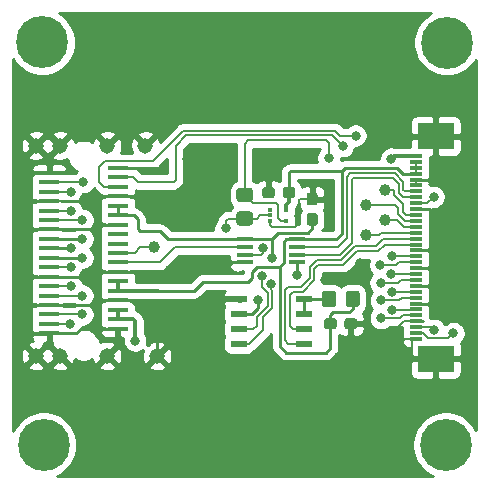
<source format=gbr>
%TF.GenerationSoftware,KiCad,Pcbnew,5.1.10-88a1d61d58~88~ubuntu18.04.1*%
%TF.CreationDate,2021-11-12T10:28:21+07:00*%
%TF.ProjectId,MX8Mx_EVK_MIPI_CSI-TEKNIQUE_OCLEA_OS08A20-ADAPTER,4d58384d-785f-4455-964b-5f4d4950495f,rev?*%
%TF.SameCoordinates,Original*%
%TF.FileFunction,Copper,L1,Top*%
%TF.FilePolarity,Positive*%
%FSLAX46Y46*%
G04 Gerber Fmt 4.6, Leading zero omitted, Abs format (unit mm)*
G04 Created by KiCad (PCBNEW 5.1.10-88a1d61d58~88~ubuntu18.04.1) date 2021-11-12 10:28:21*
%MOMM*%
%LPD*%
G01*
G04 APERTURE LIST*
%TA.AperFunction,SMDPad,CuDef*%
%ADD10C,1.000000*%
%TD*%
%TA.AperFunction,SMDPad,CuDef*%
%ADD11R,1.460500X0.533400*%
%TD*%
%TA.AperFunction,SMDPad,CuDef*%
%ADD12R,1.384300X0.457200*%
%TD*%
%TA.AperFunction,SMDPad,CuDef*%
%ADD13R,3.100000X2.300000*%
%TD*%
%TA.AperFunction,SMDPad,CuDef*%
%ADD14R,1.100000X0.300000*%
%TD*%
%TA.AperFunction,SMDPad,CuDef*%
%ADD15R,0.450000X0.300000*%
%TD*%
%TA.AperFunction,ComponentPad*%
%ADD16C,4.400000*%
%TD*%
%TA.AperFunction,SMDPad,CuDef*%
%ADD17R,1.800000X0.350000*%
%TD*%
%TA.AperFunction,ComponentPad*%
%ADD18C,1.308000*%
%TD*%
%TA.AperFunction,ViaPad*%
%ADD19C,0.800000*%
%TD*%
%TA.AperFunction,Conductor*%
%ADD20C,0.250000*%
%TD*%
%TA.AperFunction,Conductor*%
%ADD21C,0.200000*%
%TD*%
%TA.AperFunction,Conductor*%
%ADD22C,0.300000*%
%TD*%
%TA.AperFunction,Conductor*%
%ADD23C,0.350000*%
%TD*%
%TA.AperFunction,Conductor*%
%ADD24C,0.254000*%
%TD*%
%TA.AperFunction,Conductor*%
%ADD25C,0.100000*%
%TD*%
G04 APERTURE END LIST*
D10*
%TO.P,TP1,1*%
%TO.N,/CSI_SYNC_1V8*%
X114846100Y-96507300D03*
%TD*%
D11*
%TO.P,U3,1*%
%TO.N,GND*%
X122055890Y-100883720D03*
%TO.P,U3,2*%
%TO.N,+1V8*%
X122055890Y-102153720D03*
%TO.P,U3,3*%
%TO.N,/I2C_SDA_1V8*%
X122055890Y-103423720D03*
%TO.P,U3,4*%
%TO.N,/I2C_SCL_1V8*%
X122055890Y-104693720D03*
%TO.P,U3,5*%
%TO.N,/I2C_CLK_3V3*%
X127504190Y-104693720D03*
%TO.P,U3,6*%
%TO.N,/I2C_DAT_3V3*%
X127504190Y-103423720D03*
%TO.P,U3,7*%
%TO.N,Net-(R2-Pad2)*%
X127504190Y-102153720D03*
%TO.P,U3,8*%
X127504190Y-100883720D03*
%TD*%
D12*
%TO.P,U1,8*%
%TO.N,+3V3*%
X126911100Y-95826580D03*
%TO.P,U1,7*%
%TO.N,/SENS_EN_3V3*%
X126911100Y-96476578D03*
%TO.P,U1,6*%
%TO.N,/SENS_RST_3V3*%
X126911100Y-97126580D03*
%TO.P,U1,5*%
%TO.N,+1V8*%
X126911100Y-97776578D03*
%TO.P,U1,4*%
%TO.N,GND*%
X122529600Y-97776578D03*
%TO.P,U1,3*%
%TO.N,/CSI_nRST_1V8*%
X122529600Y-97126580D03*
%TO.P,U1,2*%
%TO.N,/CSI_PWDN_1V8*%
X122529600Y-96476578D03*
%TO.P,U1,1*%
%TO.N,+1V8*%
X122529600Y-95826580D03*
%TD*%
%TO.P,R2,2*%
%TO.N,Net-(R2-Pad2)*%
%TA.AperFunction,SMDPad,CuDef*%
G36*
G01*
X130265220Y-100431179D02*
X130265220Y-101331181D01*
G75*
G02*
X130015221Y-101581180I-249999J0D01*
G01*
X129315219Y-101581180D01*
G75*
G02*
X129065220Y-101331181I0J249999D01*
G01*
X129065220Y-100431179D01*
G75*
G02*
X129315219Y-100181180I249999J0D01*
G01*
X130015221Y-100181180D01*
G75*
G02*
X130265220Y-100431179I0J-249999D01*
G01*
G37*
%TD.AperFunction*%
%TO.P,R2,1*%
%TO.N,+3V3*%
%TA.AperFunction,SMDPad,CuDef*%
G36*
G01*
X132265220Y-100431179D02*
X132265220Y-101331181D01*
G75*
G02*
X132015221Y-101581180I-249999J0D01*
G01*
X131315219Y-101581180D01*
G75*
G02*
X131065220Y-101331181I0J249999D01*
G01*
X131065220Y-100431179D01*
G75*
G02*
X131315219Y-100181180I249999J0D01*
G01*
X132015221Y-100181180D01*
G75*
G02*
X132265220Y-100431179I0J-249999D01*
G01*
G37*
%TD.AperFunction*%
%TD*%
%TO.P,C3,2*%
%TO.N,GND*%
%TA.AperFunction,SMDPad,CuDef*%
G36*
G01*
X130967360Y-103214180D02*
X130967360Y-102739180D01*
G75*
G02*
X131204860Y-102501680I237500J0D01*
G01*
X131804860Y-102501680D01*
G75*
G02*
X132042360Y-102739180I0J-237500D01*
G01*
X132042360Y-103214180D01*
G75*
G02*
X131804860Y-103451680I-237500J0D01*
G01*
X131204860Y-103451680D01*
G75*
G02*
X130967360Y-103214180I0J237500D01*
G01*
G37*
%TD.AperFunction*%
%TO.P,C3,1*%
%TO.N,+3V3*%
%TA.AperFunction,SMDPad,CuDef*%
G36*
G01*
X129242360Y-103214180D02*
X129242360Y-102739180D01*
G75*
G02*
X129479860Y-102501680I237500J0D01*
G01*
X130079860Y-102501680D01*
G75*
G02*
X130317360Y-102739180I0J-237500D01*
G01*
X130317360Y-103214180D01*
G75*
G02*
X130079860Y-103451680I-237500J0D01*
G01*
X129479860Y-103451680D01*
G75*
G02*
X129242360Y-103214180I0J237500D01*
G01*
G37*
%TD.AperFunction*%
%TD*%
D13*
%TO.P,J2,34*%
%TO.N,GND*%
X138703040Y-87105080D03*
%TO.P,J2,33*%
X138703040Y-105945080D03*
D14*
%TO.P,J2,32*%
%TO.N,+5V*%
X137003040Y-88775080D03*
%TO.P,J2,31*%
%TO.N,+3V3*%
X137003040Y-89275080D03*
%TO.P,J2,30*%
X137003040Y-89775080D03*
%TO.P,J2,29*%
X137003040Y-90275080D03*
%TO.P,J2,28*%
%TO.N,GND*%
X137003040Y-90775080D03*
%TO.P,J2,27*%
X137003040Y-91275080D03*
%TO.P,J2,26*%
%TO.N,/SENS_EN_3V3*%
X137003040Y-91775080D03*
%TO.P,J2,25*%
%TO.N,/SENS_RST_3V3*%
X137003040Y-92275080D03*
%TO.P,J2,24*%
%TO.N,/CLK_SI_3V3*%
X137003040Y-92775080D03*
%TO.P,J2,23*%
%TO.N,GND*%
X137003040Y-93275080D03*
%TO.P,J2,22*%
%TO.N,/SHSYNC*%
X137003040Y-93775080D03*
%TO.P,J2,21*%
%TO.N,/SVSYNC*%
X137003040Y-94275080D03*
%TO.P,J2,20*%
%TO.N,/IRCUT_CE*%
X137003040Y-94775080D03*
%TO.P,J2,19*%
%TO.N,/IRCUT_SW*%
X137003040Y-95275080D03*
%TO.P,J2,18*%
%TO.N,/I2C_CLK_3V3*%
X137003040Y-95775080D03*
%TO.P,J2,17*%
%TO.N,/I2C_DAT_3V3*%
X137003040Y-96275080D03*
%TO.P,J2,16*%
%TO.N,GND*%
X137003040Y-96775080D03*
%TO.P,J2,15*%
%TO.N,/CSI_DN0__SD_LVDS0_N*%
X137003040Y-97275080D03*
%TO.P,J2,14*%
%TO.N,/CSI_DP0__SD_LVDS0_P*%
X137003040Y-97775080D03*
%TO.P,J2,13*%
%TO.N,GND*%
X137003040Y-98275080D03*
%TO.P,J2,12*%
%TO.N,/CSI_DN1__SD_LVDS1_N*%
X137003040Y-98775080D03*
%TO.P,J2,11*%
%TO.N,/CSI_DP1__SD_LVDS1_P*%
X137003040Y-99275080D03*
%TO.P,J2,10*%
%TO.N,GND*%
X137003040Y-99775080D03*
%TO.P,J2,9*%
%TO.N,/CSI_DN2__SD_LVDS2_N*%
X137003040Y-100275080D03*
%TO.P,J2,8*%
%TO.N,/CSI_DP2__SD_LVDS2_P*%
X137003040Y-100775080D03*
%TO.P,J2,7*%
%TO.N,GND*%
X137003040Y-101275080D03*
%TO.P,J2,6*%
%TO.N,/CSI_DN3__SD_LVDS3_N*%
X137003040Y-101775080D03*
%TO.P,J2,5*%
%TO.N,/CSI_DP3__SD_LVDS3_P*%
X137003040Y-102275080D03*
%TO.P,J2,4*%
%TO.N,GND*%
X137003040Y-102775080D03*
%TO.P,J2,3*%
%TO.N,/CSI_CLK_N__SPCLK_LVDS0_N*%
X137003040Y-103275080D03*
%TO.P,J2,2*%
%TO.N,/CSI_CLK_P__SPCLK_LVDS0_P*%
X137003040Y-103775080D03*
%TO.P,J2,1*%
%TO.N,GND*%
X137003040Y-104275080D03*
%TD*%
D10*
%TO.P,TP5,1*%
%TO.N,/SHSYNC*%
X134371080Y-91638120D03*
%TD*%
%TO.P,TP4,1*%
%TO.N,/SVSYNC*%
X132765800Y-92964000D03*
%TD*%
%TO.P,TP3,1*%
%TO.N,/IRCUT_CE*%
X134391400Y-94188280D03*
%TD*%
%TO.P,TP2,1*%
%TO.N,/IRCUT_SW*%
X132765800Y-95453200D03*
%TD*%
%TO.P,C2,2*%
%TO.N,GND*%
%TA.AperFunction,SMDPad,CuDef*%
G36*
G01*
X128482100Y-92957600D02*
X128007100Y-92957600D01*
G75*
G02*
X127769600Y-92720100I0J237500D01*
G01*
X127769600Y-92120100D01*
G75*
G02*
X128007100Y-91882600I237500J0D01*
G01*
X128482100Y-91882600D01*
G75*
G02*
X128719600Y-92120100I0J-237500D01*
G01*
X128719600Y-92720100D01*
G75*
G02*
X128482100Y-92957600I-237500J0D01*
G01*
G37*
%TD.AperFunction*%
%TO.P,C2,1*%
%TO.N,+1V8*%
%TA.AperFunction,SMDPad,CuDef*%
G36*
G01*
X128482100Y-94682600D02*
X128007100Y-94682600D01*
G75*
G02*
X127769600Y-94445100I0J237500D01*
G01*
X127769600Y-93845100D01*
G75*
G02*
X128007100Y-93607600I237500J0D01*
G01*
X128482100Y-93607600D01*
G75*
G02*
X128719600Y-93845100I0J-237500D01*
G01*
X128719600Y-94445100D01*
G75*
G02*
X128482100Y-94682600I-237500J0D01*
G01*
G37*
%TD.AperFunction*%
%TD*%
%TO.P,C1,2*%
%TO.N,GND*%
%TA.AperFunction,SMDPad,CuDef*%
G36*
G01*
X125079880Y-91634300D02*
X125079880Y-92109300D01*
G75*
G02*
X124842380Y-92346800I-237500J0D01*
G01*
X124242380Y-92346800D01*
G75*
G02*
X124004880Y-92109300I0J237500D01*
G01*
X124004880Y-91634300D01*
G75*
G02*
X124242380Y-91396800I237500J0D01*
G01*
X124842380Y-91396800D01*
G75*
G02*
X125079880Y-91634300I0J-237500D01*
G01*
G37*
%TD.AperFunction*%
%TO.P,C1,1*%
%TO.N,+3V3*%
%TA.AperFunction,SMDPad,CuDef*%
G36*
G01*
X126804880Y-91634300D02*
X126804880Y-92109300D01*
G75*
G02*
X126567380Y-92346800I-237500J0D01*
G01*
X125967380Y-92346800D01*
G75*
G02*
X125729880Y-92109300I0J237500D01*
G01*
X125729880Y-91634300D01*
G75*
G02*
X125967380Y-91396800I237500J0D01*
G01*
X126567380Y-91396800D01*
G75*
G02*
X126804880Y-91634300I0J-237500D01*
G01*
G37*
%TD.AperFunction*%
%TD*%
D15*
%TO.P,U2,4*%
%TO.N,/CLK_SI_3V3*%
X126036300Y-94314900D03*
%TO.P,U2,2*%
%TO.N,/CSI_MCLK_1V8*%
X124636300Y-93814900D03*
%TO.P,U2,5*%
%TO.N,+3V3*%
X126036300Y-93314900D03*
%TO.P,U2,3*%
%TO.N,GND*%
X124636300Y-94314900D03*
%TO.P,U2,1*%
%TO.N,Net-(U2-Pad1)*%
X124636300Y-93314900D03*
%TD*%
%TO.P,R1,2*%
%TO.N,/CSI_MCLK_1V8*%
%TA.AperFunction,SMDPad,CuDef*%
G36*
G01*
X122069439Y-93471440D02*
X122969441Y-93471440D01*
G75*
G02*
X123219440Y-93721439I0J-249999D01*
G01*
X123219440Y-94421441D01*
G75*
G02*
X122969441Y-94671440I-249999J0D01*
G01*
X122069439Y-94671440D01*
G75*
G02*
X121819440Y-94421441I0J249999D01*
G01*
X121819440Y-93721439D01*
G75*
G02*
X122069439Y-93471440I249999J0D01*
G01*
G37*
%TD.AperFunction*%
%TO.P,R1,1*%
%TO.N,/CLK_SI_3V3*%
%TA.AperFunction,SMDPad,CuDef*%
G36*
G01*
X122069439Y-91471440D02*
X122969441Y-91471440D01*
G75*
G02*
X123219440Y-91721439I0J-249999D01*
G01*
X123219440Y-92421441D01*
G75*
G02*
X122969441Y-92671440I-249999J0D01*
G01*
X122069439Y-92671440D01*
G75*
G02*
X121819440Y-92421441I0J249999D01*
G01*
X121819440Y-91721439D01*
G75*
G02*
X122069439Y-91471440I249999J0D01*
G01*
G37*
%TD.AperFunction*%
%TD*%
D16*
%TO.P,H4,1*%
%TO.N,N/C*%
X139646660Y-79181960D03*
%TD*%
%TO.P,H3,1*%
%TO.N,N/C*%
X139552680Y-113235740D03*
%TD*%
%TO.P,H2,1*%
%TO.N,N/C*%
X105514140Y-113238280D03*
%TD*%
%TO.P,H1,1*%
%TO.N,N/C*%
X105389680Y-79164180D03*
%TD*%
D17*
%TO.P,J1,B1*%
%TO.N,GND*%
X111789400Y-89793500D03*
%TO.P,J1,B2*%
%TO.N,/CSI_CLK_N__SPCLK_LVDS0_N*%
X111789400Y-90593500D03*
%TO.P,J1,B3*%
%TO.N,/CSI_CLK_P__SPCLK_LVDS0_P*%
X111789400Y-91393500D03*
%TO.P,J1,B4*%
%TO.N,GND*%
X111789400Y-92193500D03*
%TO.P,J1,B5*%
%TO.N,+1V8*%
X111789400Y-92993500D03*
%TO.P,J1,B6*%
X111789400Y-93793500D03*
%TO.P,J1,B7*%
%TO.N,GND*%
X111789400Y-94593500D03*
%TO.P,J1,B8*%
%TO.N,Net-(J1-PadB8)*%
X111789400Y-95393500D03*
%TO.P,J1,B9*%
%TO.N,Net-(J1-PadB9)*%
X111789400Y-96193500D03*
%TO.P,J1,B10*%
%TO.N,/CSI_SYNC_1V8*%
X111789400Y-96993500D03*
%TO.P,J1,B11*%
%TO.N,/CSI_PWDN_1V8*%
X111789400Y-97793500D03*
%TO.P,J1,B12*%
%TO.N,GND*%
X111789400Y-98593500D03*
%TO.P,J1,B13*%
%TO.N,+3V3*%
X111789400Y-99393500D03*
%TO.P,J1,B14*%
X111789400Y-100193500D03*
%TO.P,J1,B15*%
%TO.N,GND*%
X111789400Y-100993500D03*
%TO.P,J1,B16*%
%TO.N,+5V*%
X111789400Y-101793500D03*
%TO.P,J1,B17*%
X111789400Y-102593500D03*
%TO.P,J1,B18*%
%TO.N,GND*%
X111789400Y-103393500D03*
%TO.P,J1,A1*%
X105969400Y-90193500D03*
%TO.P,J1,A2*%
%TO.N,/CSI_DN0__SD_LVDS0_N*%
X105969400Y-90993500D03*
%TO.P,J1,A3*%
%TO.N,/CSI_DP0__SD_LVDS0_P*%
X105969400Y-91793500D03*
%TO.P,J1,A4*%
%TO.N,GND*%
X105969400Y-92593500D03*
%TO.P,J1,A5*%
%TO.N,/CSI_DN1__SD_LVDS1_N*%
X105969400Y-93393500D03*
%TO.P,J1,A6*%
%TO.N,/CSI_DP1__SD_LVDS1_P*%
X105969400Y-94193500D03*
%TO.P,J1,A7*%
%TO.N,GND*%
X105969400Y-94993500D03*
%TO.P,J1,A8*%
%TO.N,/CSI_MCLK_1V8*%
X105969400Y-95793500D03*
%TO.P,J1,A9*%
%TO.N,/CSI_nRST_1V8*%
X105969400Y-96593500D03*
%TO.P,J1,A10*%
%TO.N,/I2C_SDA_1V8*%
X105969400Y-97393500D03*
%TO.P,J1,A11*%
%TO.N,/I2C_SCL_1V8*%
X105969400Y-98193500D03*
%TO.P,J1,A12*%
%TO.N,GND*%
X105969400Y-98993500D03*
%TO.P,J1,A13*%
%TO.N,/CSI_DN2__SD_LVDS2_N*%
X105969400Y-99793500D03*
%TO.P,J1,A14*%
%TO.N,/CSI_DP2__SD_LVDS2_P*%
X105969400Y-100593500D03*
%TO.P,J1,A15*%
%TO.N,GND*%
X105969400Y-101393500D03*
%TO.P,J1,A16*%
%TO.N,/CSI_DN3__SD_LVDS3_N*%
X105969400Y-102193500D03*
%TO.P,J1,A17*%
%TO.N,/CSI_DP3__SD_LVDS3_P*%
X105969400Y-102993500D03*
%TO.P,J1,A18*%
%TO.N,GND*%
X105969400Y-103793500D03*
D18*
%TO.P,J1,S1*%
X114119400Y-87893500D03*
%TO.P,J1,S2*%
X110879400Y-87893500D03*
%TO.P,J1,S3*%
X106879400Y-87893500D03*
%TO.P,J1,S4*%
X104849400Y-87893500D03*
%TO.P,J1,S5*%
X115119400Y-105693500D03*
%TO.P,J1,S6*%
X110879400Y-105693500D03*
%TO.P,J1,S7*%
X106879400Y-105693500D03*
%TO.P,J1,S8*%
X104849400Y-105693500D03*
%TD*%
D19*
%TO.N,GND*%
X104129840Y-95011240D03*
X104140000Y-92608400D03*
X104109520Y-99024440D03*
X104091740Y-103794560D03*
X104140000Y-90703400D03*
X104096820Y-101396800D03*
X124536200Y-89052400D03*
X117652800Y-89052400D03*
X115671600Y-89789000D03*
X129628900Y-92430600D03*
X138546840Y-90754200D03*
X138630660Y-99783900D03*
X138572240Y-96784160D03*
X138602720Y-98277680D03*
X138617960Y-101279960D03*
X117690900Y-92583000D03*
X117614700Y-99072700D03*
X117716300Y-83553300D03*
X122110500Y-83527900D03*
X121864120Y-106603800D03*
X125755400Y-83540600D03*
X129590800Y-83540600D03*
X133388100Y-83540600D03*
X133822440Y-106606340D03*
X117629940Y-106591100D03*
X125321060Y-106603800D03*
X129418080Y-106598720D03*
X138673840Y-105951020D03*
X119814340Y-100835460D03*
X129334260Y-99273360D03*
X132306060Y-97861120D03*
X116573300Y-101424740D03*
X117591840Y-109979460D03*
X121876820Y-110060740D03*
X125308360Y-110073440D03*
X129407920Y-110035340D03*
X133824980Y-110060740D03*
%TO.N,/CSI_DN0__SD_LVDS0_N*%
X134975600Y-97282000D03*
X108839400Y-90993500D03*
%TO.N,/CSI_DP0__SD_LVDS0_P*%
X134002780Y-98010980D03*
X107789400Y-91793500D03*
%TO.N,/CSI_DN1__SD_LVDS1_N*%
X134950200Y-98780600D03*
X107820460Y-93395800D03*
%TO.N,/CSI_DP1__SD_LVDS1_P*%
X134030720Y-99509580D03*
X108789400Y-94193500D03*
%TO.N,/CSI_nRST_1V8*%
X124058680Y-96598740D03*
X107789400Y-96593500D03*
%TO.N,/I2C_SDA_1V8*%
X124020580Y-98912680D03*
X108789400Y-97393500D03*
%TO.N,/I2C_SCL_1V8*%
X124744480Y-99613720D03*
X107789400Y-98193500D03*
%TO.N,/CSI_DN2__SD_LVDS2_N*%
X134975600Y-100279200D03*
X107797600Y-99794060D03*
%TO.N,/CSI_DP2__SD_LVDS2_P*%
X134053580Y-101013260D03*
X108789400Y-100593500D03*
%TO.N,/CSI_DN3__SD_LVDS3_N*%
X134975600Y-101777800D03*
X108789400Y-102193500D03*
%TO.N,/CSI_DP3__SD_LVDS3_P*%
X134048500Y-102511860D03*
X107772200Y-102997000D03*
%TO.N,/CSI_CLK_N__SPCLK_LVDS0_N*%
X138551920Y-103489760D03*
X130825240Y-87939880D03*
%TO.N,/CSI_CLK_P__SPCLK_LVDS0_P*%
X140187680Y-103784400D03*
X131907280Y-87045800D03*
%TO.N,+1V8*%
X124802900Y-97409000D03*
X123672600Y-100949760D03*
X126913640Y-98877120D03*
%TO.N,+5V*%
X134937500Y-89001600D03*
X113253520Y-104404160D03*
%TO.N,/CLK_SI_3V3*%
X129626360Y-88950800D03*
X138516360Y-92232480D03*
%TO.N,/CSI_MCLK_1V8*%
X120904000Y-94907100D03*
X108789400Y-95793500D03*
%TD*%
D20*
%TO.N,GND*%
X105969400Y-89213500D02*
X105989400Y-89193500D01*
X105969400Y-90193500D02*
X105969400Y-89213500D01*
X105969400Y-94993500D02*
X107789400Y-94993500D01*
X105969400Y-101393500D02*
X107789400Y-101393500D01*
D21*
X105969400Y-92593500D02*
X107008000Y-92593500D01*
D20*
X111789400Y-98593500D02*
X114595500Y-98593500D01*
D21*
X136664700Y-104282880D02*
X136664700Y-105620820D01*
X136997440Y-105953560D02*
X138750040Y-105953560D01*
X136664700Y-105620820D02*
X136997440Y-105953560D01*
D20*
X109907780Y-100993500D02*
X111789400Y-100993500D01*
X110102740Y-94593500D02*
X110103920Y-94592320D01*
X117689974Y-88742520D02*
X117689974Y-88742520D01*
X104167900Y-94993500D02*
X104140000Y-95021400D01*
X107789400Y-94993500D02*
X104167900Y-94993500D01*
X104154900Y-92593500D02*
X104140000Y-92608400D01*
X105969400Y-92593500D02*
X104154900Y-92593500D01*
X104104900Y-98993500D02*
X104068880Y-99029520D01*
X105969400Y-98993500D02*
X104104900Y-98993500D01*
X104112820Y-101393500D02*
X104068880Y-101437440D01*
X105969400Y-101393500D02*
X104112820Y-101393500D01*
D21*
X124542380Y-91871800D02*
X124542380Y-91893220D01*
D20*
X109907780Y-100993500D02*
X109884920Y-100993500D01*
X109484920Y-101393500D02*
X107789400Y-101393500D01*
X109884920Y-100993500D02*
X109484920Y-101393500D01*
X105969400Y-98993500D02*
X108739400Y-98993500D01*
X107008000Y-92593500D02*
X108789400Y-92593500D01*
X109139399Y-98593501D02*
X108739400Y-98993500D01*
X111789400Y-98593500D02*
X109139399Y-98593501D01*
X109189399Y-92193501D02*
X108789400Y-92593500D01*
X111789400Y-92193500D02*
X109189399Y-92193501D01*
X109062402Y-94993500D02*
X107789400Y-94993500D01*
X110788540Y-94593500D02*
X110102740Y-94593500D01*
X111789400Y-94593500D02*
X110788540Y-94593500D01*
X109702740Y-94993500D02*
X110103920Y-94592320D01*
X109062402Y-94993500D02*
X109702740Y-94993500D01*
X104140000Y-95001080D02*
X104129840Y-95011240D01*
X104140000Y-92608400D02*
X104140000Y-95001080D01*
X104155240Y-92593160D02*
X104140000Y-92608400D01*
X104155240Y-90190320D02*
X104155240Y-92593160D01*
X105966220Y-90190320D02*
X105969400Y-90193500D01*
X104129840Y-99004120D02*
X104109520Y-99024440D01*
X104129840Y-95011240D02*
X104129840Y-99004120D01*
X104109520Y-101424740D02*
X104096820Y-101437440D01*
X104109520Y-99024440D02*
X104109520Y-101424740D01*
X104091740Y-101442520D02*
X104096820Y-101437440D01*
X104091740Y-103794560D02*
X104091740Y-101442520D01*
X104092800Y-103793500D02*
X104091740Y-103794560D01*
X105969400Y-103793500D02*
X104092800Y-103793500D01*
X110080500Y-100993500D02*
X109740700Y-101333300D01*
X109680500Y-101393500D02*
X110080500Y-100993500D01*
X107789400Y-101393500D02*
X109680500Y-101393500D01*
X111789400Y-100993500D02*
X110080500Y-100993500D01*
X108651398Y-103393500D02*
X111789400Y-103393500D01*
X108251398Y-103793500D02*
X108651398Y-103393500D01*
X105969400Y-103793500D02*
X108251398Y-103793500D01*
X115119400Y-103173500D02*
X115119400Y-105693500D01*
X112939400Y-100993500D02*
X115119400Y-103173500D01*
X111789400Y-100993500D02*
X112939400Y-100993500D01*
X136666079Y-93281500D02*
X136664700Y-93282879D01*
X139065000Y-96748600D02*
X139065000Y-98259900D01*
X139065000Y-98247200D02*
X139065000Y-99745800D01*
X139065000Y-99720400D02*
X139065000Y-101219000D01*
X139077700Y-101244400D02*
X139077700Y-101244400D01*
X137612662Y-102782880D02*
X136664700Y-102782880D01*
X137615821Y-102779721D02*
X137612662Y-102782880D01*
D21*
X135971319Y-102782880D02*
X135585200Y-103168999D01*
X136664700Y-102782880D02*
X135971319Y-102782880D01*
X135585200Y-103168999D02*
X135585200Y-104279700D01*
X136661520Y-104279700D02*
X136664700Y-104282880D01*
X135585200Y-104279700D02*
X136661520Y-104279700D01*
X138306279Y-90782879D02*
X138315700Y-90792300D01*
D20*
X136664700Y-90782879D02*
X138306279Y-90782879D01*
X111793900Y-89789000D02*
X111789400Y-89793500D01*
X115756000Y-89793500D02*
X115760500Y-89789000D01*
X115667100Y-89793500D02*
X115671600Y-89789000D01*
X111789400Y-89793500D02*
X115667100Y-89793500D01*
X117394701Y-92193501D02*
X117794700Y-92593500D01*
X111789400Y-92193500D02*
X117394701Y-92193501D01*
X104649900Y-90193500D02*
X104140000Y-90703400D01*
X105969400Y-90193500D02*
X104649900Y-90193500D01*
D21*
X124636300Y-94314900D02*
X124636300Y-94588100D01*
X127213700Y-92420100D02*
X128244600Y-92420100D01*
X127101600Y-92532200D02*
X127213700Y-92420100D01*
D20*
X136664700Y-98282879D02*
X136834761Y-98282879D01*
X138570861Y-96772621D02*
X138572240Y-96774000D01*
X138600120Y-98280160D02*
X138605260Y-98285300D01*
X138626920Y-99780160D02*
X138630660Y-99783900D01*
X138617760Y-101280160D02*
X138617960Y-101279960D01*
D21*
X137003040Y-90775080D02*
X137003040Y-91275080D01*
X138563160Y-96775080D02*
X138572240Y-96784160D01*
D20*
X137003040Y-96775080D02*
X138563160Y-96775080D01*
D21*
X138600120Y-98275080D02*
X138602720Y-98277680D01*
D20*
X137003040Y-98275080D02*
X138600120Y-98275080D01*
D21*
X138613080Y-101275080D02*
X138617960Y-101279960D01*
D20*
X137003040Y-101275080D02*
X138613080Y-101275080D01*
X138621840Y-99775080D02*
X138630660Y-99783900D01*
X137003040Y-99775080D02*
X138621840Y-99775080D01*
X137003040Y-93275080D02*
X138136560Y-93275080D01*
X138572240Y-93710760D02*
X138572240Y-96784160D01*
X138136560Y-93275080D02*
X138572240Y-93710760D01*
D21*
X122481650Y-97793500D02*
X122485150Y-97790000D01*
X118910822Y-97776578D02*
X117614700Y-99072700D01*
D20*
X122529600Y-97776578D02*
X118910822Y-97776578D01*
D21*
X125571299Y-94764901D02*
X126758659Y-94764901D01*
X125566178Y-94759780D02*
X125571299Y-94764901D01*
X124807980Y-94759780D02*
X125566178Y-94759780D01*
X124636300Y-94588100D02*
X124807980Y-94759780D01*
X126758659Y-94764901D02*
X127101600Y-94421960D01*
X127101600Y-94421960D02*
X127101600Y-92532200D01*
X138750040Y-105953560D02*
X140634720Y-105953560D01*
X121851420Y-106591100D02*
X121864120Y-106603800D01*
X117629940Y-106591100D02*
X121851420Y-106591100D01*
X121864120Y-106603800D02*
X125321060Y-106603800D01*
X129247900Y-106613960D02*
X129247900Y-106608880D01*
%TO.N,/CSI_DN0__SD_LVDS0_N*%
X105969400Y-90993500D02*
X108839400Y-90993500D01*
X134976478Y-97282878D02*
X134975600Y-97282000D01*
X136664700Y-97282878D02*
X134976478Y-97282878D01*
%TO.N,/CSI_DP0__SD_LVDS0_P*%
X107789400Y-91793500D02*
X105969400Y-91793500D01*
X134002780Y-98010980D02*
X135364220Y-98010980D01*
X135364220Y-98010980D02*
X135592320Y-97782880D01*
X137057480Y-97782880D02*
X137060200Y-97780160D01*
X135592320Y-97782880D02*
X137057480Y-97782880D01*
%TO.N,/CSI_DN1__SD_LVDS1_N*%
X105971700Y-93395800D02*
X105969400Y-93393500D01*
X107820460Y-93395800D02*
X105971700Y-93395800D01*
X134952481Y-98782881D02*
X134950200Y-98780600D01*
X136664700Y-98782881D02*
X134952481Y-98782881D01*
%TO.N,/CSI_DP1__SD_LVDS1_P*%
X105969400Y-94193500D02*
X108789400Y-94193500D01*
X136666600Y-99280980D02*
X136664700Y-99282880D01*
X134030720Y-99509580D02*
X135516620Y-99509580D01*
X135743320Y-99282880D02*
X136664700Y-99282880D01*
X135516620Y-99509580D02*
X135743320Y-99282880D01*
D20*
%TO.N,/CSI_nRST_1V8*%
X105969400Y-96593500D02*
X107789400Y-96593500D01*
D21*
X124058680Y-96598740D02*
X124058680Y-96974660D01*
X123906760Y-97126580D02*
X122529600Y-97126580D01*
X124058680Y-96974660D02*
X123906760Y-97126580D01*
D20*
%TO.N,/I2C_SDA_1V8*%
X105969400Y-97393500D02*
X108789400Y-97393500D01*
D21*
X123245880Y-103423720D02*
X122055890Y-103423720D01*
X124020580Y-99890580D02*
X124470160Y-100340160D01*
X124020580Y-98912680D02*
X124020580Y-99890580D01*
X123532900Y-103136700D02*
X123245880Y-103423720D01*
X124470160Y-100340160D02*
X124470160Y-101455220D01*
X124470160Y-101455220D02*
X123532900Y-102392480D01*
X123532900Y-102392480D02*
X123532900Y-103136700D01*
%TO.N,/I2C_SCL_1V8*%
X105969400Y-98193500D02*
X107789400Y-98193500D01*
X122925840Y-104693720D02*
X122055890Y-104693720D01*
X124079000Y-103540560D02*
X122925840Y-104693720D01*
X124744480Y-100048781D02*
X124870170Y-100174471D01*
X124870170Y-100174471D02*
X124870170Y-101620909D01*
X124744480Y-99613720D02*
X124744480Y-100048781D01*
X124870170Y-101620909D02*
X124079000Y-102412079D01*
X124079000Y-102412079D02*
X124079000Y-103540560D01*
%TO.N,/CSI_DN2__SD_LVDS2_N*%
X107797040Y-99793500D02*
X107797600Y-99794060D01*
X105969400Y-99793500D02*
X107797040Y-99793500D01*
X134979280Y-100282880D02*
X134975600Y-100279200D01*
X136664700Y-100282880D02*
X134979280Y-100282880D01*
%TO.N,/CSI_DP2__SD_LVDS2_P*%
X105969400Y-100593500D02*
X108789400Y-100593500D01*
X136666481Y-100784660D02*
X136664700Y-100782879D01*
X134053580Y-101013260D02*
X135613140Y-101013260D01*
X135843521Y-100782879D02*
X136664700Y-100782879D01*
X135613140Y-101013260D02*
X135843521Y-100782879D01*
%TO.N,/CSI_DN3__SD_LVDS3_N*%
X105969400Y-102193500D02*
X108789400Y-102193500D01*
X134980680Y-101782880D02*
X134975600Y-101777800D01*
X136664700Y-101782880D02*
X134980680Y-101782880D01*
%TO.N,/CSI_DP3__SD_LVDS3_P*%
X107768700Y-102993500D02*
X107772200Y-102997000D01*
X105969400Y-102993500D02*
X107768700Y-102993500D01*
X134048119Y-102511479D02*
X134048500Y-102511860D01*
X134048500Y-102511860D02*
X135676640Y-102511860D01*
X135905621Y-102282879D02*
X135676640Y-102511860D01*
X136664700Y-102282879D02*
X135905621Y-102282879D01*
%TO.N,/CSI_CLK_N__SPCLK_LVDS0_N*%
X117557590Y-87039410D02*
X129924770Y-87039410D01*
X129924770Y-87039410D02*
X130825240Y-87939880D01*
X113097900Y-90593500D02*
X113487200Y-90982800D01*
X111789400Y-90593500D02*
X113097900Y-90593500D01*
X113487200Y-90982800D02*
X116497100Y-90982800D01*
X116497100Y-90982800D02*
X116674900Y-90805000D01*
X116674900Y-90805000D02*
X116674900Y-87922100D01*
X116674900Y-87922100D02*
X117557590Y-87039410D01*
X138337240Y-103275080D02*
X138551920Y-103489760D01*
X137003040Y-103275080D02*
X138337240Y-103275080D01*
%TO.N,/CSI_CLK_P__SPCLK_LVDS0_P*%
X110218220Y-90972320D02*
X110639400Y-91393500D01*
X110218220Y-89730580D02*
X110218220Y-90972320D01*
X110705900Y-89242900D02*
X110218220Y-89730580D01*
X110639400Y-91393500D02*
X111789400Y-91393500D01*
X114719100Y-89242900D02*
X110705900Y-89242900D01*
X117322600Y-86639400D02*
X114719100Y-89242900D01*
X140178360Y-103775080D02*
X140187680Y-103784400D01*
X137003040Y-103775080D02*
X137638360Y-103775080D01*
X137638360Y-103775080D02*
X138074400Y-104211120D01*
X139760960Y-104211120D02*
X140187680Y-103784400D01*
X138074400Y-104211120D02*
X139760960Y-104211120D01*
X131907280Y-87045800D02*
X130616960Y-87045800D01*
X130616960Y-87045800D02*
X130210560Y-86639400D01*
X130210560Y-86639400D02*
X117322600Y-86639400D01*
D20*
%TO.N,+1V8*%
X111789400Y-93793500D02*
X111789400Y-92993500D01*
X115346480Y-95166180D02*
X116020299Y-95839999D01*
X116020299Y-95839999D02*
X122485150Y-95839999D01*
X113657380Y-95166180D02*
X115346480Y-95166180D01*
X111789400Y-93793500D02*
X113140300Y-93793500D01*
X113140300Y-93793500D02*
X113140300Y-93798200D01*
X113487200Y-94145100D02*
X113487200Y-94996000D01*
X113487200Y-94996000D02*
X113657380Y-95166180D01*
X113140300Y-93798200D02*
X113487200Y-94145100D01*
X123167140Y-102153720D02*
X122055890Y-102153720D01*
X123672600Y-101648260D02*
X123167140Y-102153720D01*
X126911100Y-98874580D02*
X126913640Y-98877120D01*
X126911100Y-97776578D02*
X126911100Y-98874580D01*
X124802900Y-95831660D02*
X124797820Y-95826580D01*
X124802900Y-97409000D02*
X124802900Y-95831660D01*
X122529600Y-95826580D02*
X124797820Y-95826580D01*
X127863251Y-95272979D02*
X125351421Y-95272979D01*
X127863366Y-95273094D02*
X127863251Y-95272979D01*
X125351421Y-95272979D02*
X124797820Y-95826580D01*
X128244600Y-94891860D02*
X127863366Y-95273094D01*
X128244600Y-94145100D02*
X128244600Y-94891860D01*
X123672600Y-101648260D02*
X123672600Y-100949760D01*
D21*
%TO.N,/CSI_SYNC_1V8*%
X114846100Y-96507300D02*
X113690400Y-96507300D01*
X113204200Y-96993500D02*
X111789400Y-96993500D01*
X113690400Y-96507300D02*
X113204200Y-96993500D01*
%TO.N,/CSI_PWDN_1V8*%
X115344900Y-97793500D02*
X111789400Y-97793500D01*
X116648400Y-96490000D02*
X115344900Y-97793500D01*
X122485150Y-96490000D02*
X116648400Y-96490000D01*
D22*
%TO.N,+3V3*%
X111789400Y-100193500D02*
X111789400Y-99393500D01*
X126036300Y-93314900D02*
X126036300Y-92932020D01*
X126267380Y-92700940D02*
X126267380Y-91871800D01*
X126036300Y-92932020D02*
X126267380Y-92700940D01*
D21*
X137003040Y-89275080D02*
X137003040Y-89775080D01*
X137003040Y-89775080D02*
X137003040Y-90275080D01*
D20*
X126267380Y-91871800D02*
X126267380Y-90178720D01*
X135901280Y-90282880D02*
X135420100Y-89801700D01*
X136664700Y-90282880D02*
X135901280Y-90282880D01*
X131046220Y-89801700D02*
X130760620Y-90087300D01*
X135420100Y-89801700D02*
X131046220Y-89801700D01*
X126358800Y-90087300D02*
X126267380Y-90178720D01*
X130760620Y-90087300D02*
X126358800Y-90087300D01*
X130284220Y-95826580D02*
X130760620Y-95350180D01*
X126911100Y-95826580D02*
X130284220Y-95826580D01*
X130760620Y-90087300D02*
X130760620Y-95350180D01*
X129779860Y-102258960D02*
X129779860Y-102976680D01*
X130012100Y-102026720D02*
X129779860Y-102258960D01*
X131351020Y-102026720D02*
X130012100Y-102026720D01*
X131665220Y-101712520D02*
X131351020Y-102026720D01*
X131665220Y-100881180D02*
X131665220Y-101712520D01*
X129779860Y-105012660D02*
X129779860Y-102976680D01*
X126911100Y-95826580D02*
X126019560Y-95826580D01*
X125500570Y-104865610D02*
X126052580Y-105417620D01*
X129374900Y-105417620D02*
X129779860Y-105012660D01*
D22*
X115038480Y-100193500D02*
X111789400Y-100193500D01*
X115217600Y-100193500D02*
X115038480Y-100193500D01*
D20*
X123541621Y-98187679D02*
X125449499Y-98187679D01*
X125449499Y-98187679D02*
X125500570Y-98238750D01*
X125500570Y-98238750D02*
X125500570Y-104865610D01*
X123116340Y-98612960D02*
X123116340Y-99098100D01*
X123116340Y-98612960D02*
X123541621Y-98187679D01*
X123116340Y-99098100D02*
X122778520Y-99435920D01*
X118988840Y-99435920D02*
X118231260Y-100193500D01*
X122778520Y-99435920D02*
X118988840Y-99435920D01*
X115038480Y-100193500D02*
X118231260Y-100193500D01*
X125811280Y-97825898D02*
X125449499Y-98187679D01*
X125811280Y-96034860D02*
X125811280Y-97825898D01*
X126019560Y-95826580D02*
X125811280Y-96034860D01*
X126052580Y-105417620D02*
X129374900Y-105417620D01*
D22*
%TO.N,+5V*%
X111789400Y-101793500D02*
X111789400Y-102593500D01*
D23*
X113253520Y-102788720D02*
X113253520Y-104404160D01*
X111789400Y-102593500D02*
X113058300Y-102593500D01*
X113058300Y-102593500D02*
X113253520Y-102788720D01*
D22*
X135164020Y-88775080D02*
X134937500Y-89001600D01*
X137003040Y-88775080D02*
X135164020Y-88775080D01*
D21*
%TO.N,/I2C_DAT_3V3*%
X126325590Y-103175370D02*
X126573940Y-103423720D01*
X127483430Y-100252249D02*
X126589509Y-100252249D01*
X128423630Y-99312049D02*
X127483430Y-100252249D01*
X128423630Y-98344308D02*
X128423630Y-99312049D01*
X129047240Y-97995740D02*
X128772198Y-97995740D01*
X136664700Y-96282880D02*
X134374520Y-96282880D01*
X130868288Y-97991890D02*
X129051090Y-97991890D01*
X126589509Y-100252249D02*
X126325590Y-100516168D01*
X128772198Y-97995740D02*
X128423630Y-98344308D01*
X134374520Y-96282880D02*
X133807200Y-96850200D01*
X133807200Y-96850200D02*
X132009977Y-96850200D01*
X126325590Y-100516168D02*
X126325590Y-103175370D01*
X132009977Y-96850200D02*
X130868288Y-97991890D01*
X126573940Y-103423720D02*
X127504190Y-103423720D01*
X129051090Y-97991890D02*
X129047240Y-97995740D01*
%TO.N,/I2C_CLK_3V3*%
X126205221Y-99852239D02*
X125925580Y-100131880D01*
X127317741Y-99852239D02*
X126205221Y-99852239D01*
X126225300Y-104693720D02*
X127504190Y-104693720D01*
X128023620Y-98178620D02*
X128023620Y-99146360D01*
X136664700Y-95782879D02*
X134252221Y-95782879D01*
X128023620Y-99146360D02*
X127317741Y-99852239D01*
X134252221Y-95782879D02*
X133642100Y-96393000D01*
X133642100Y-96393000D02*
X131901479Y-96393000D01*
X125925580Y-104394000D02*
X126225300Y-104693720D01*
X125925580Y-100131880D02*
X125925580Y-104394000D01*
X131901479Y-96393000D02*
X130702599Y-97591880D01*
X128610360Y-97591880D02*
X128023620Y-98178620D01*
X130702599Y-97591880D02*
X128610360Y-97591880D01*
%TO.N,/IRCUT_SW*%
X136664700Y-95282880D02*
X134066420Y-95282880D01*
X133896100Y-95453200D02*
X132765800Y-95453200D01*
X134066420Y-95282880D02*
X133896100Y-95453200D01*
%TO.N,/IRCUT_CE*%
X136664700Y-94782881D02*
X136019781Y-94782881D01*
X136019781Y-94782881D02*
X135420100Y-94183200D01*
X134396480Y-94183200D02*
X134391400Y-94188280D01*
X135420100Y-94183200D02*
X134396480Y-94183200D01*
%TO.N,/SVSYNC*%
X136664700Y-94282879D02*
X136109781Y-94282879D01*
X136109781Y-94282879D02*
X135534400Y-93707498D01*
X135534400Y-93707498D02*
X135534400Y-93218000D01*
X135280400Y-92964000D02*
X132765800Y-92964000D01*
X135534400Y-93218000D02*
X135280400Y-92964000D01*
%TO.N,/SHSYNC*%
X136664700Y-93782880D02*
X136175480Y-93782880D01*
X136175480Y-93782880D02*
X135940800Y-93548200D01*
X135940800Y-93548200D02*
X135940800Y-92856598D01*
X135940800Y-92856598D02*
X135158281Y-92074079D01*
X135158281Y-92074079D02*
X135158281Y-91719201D01*
X135077200Y-91638120D02*
X134371080Y-91638120D01*
X135158281Y-91719201D02*
X135077200Y-91638120D01*
%TO.N,/CLK_SI_3V3*%
X122518420Y-92072460D02*
X122519440Y-92071440D01*
X123158000Y-92710000D02*
X122519440Y-92071440D01*
X125595000Y-94314900D02*
X125349000Y-94068900D01*
X123242580Y-92794580D02*
X123158000Y-92710000D01*
X126036300Y-94314900D02*
X125595000Y-94314900D01*
X125349000Y-94068900D02*
X125349000Y-92943680D01*
X125199900Y-92794580D02*
X123242580Y-92794580D01*
X125349000Y-92943680D02*
X125199900Y-92794580D01*
X137007160Y-92770960D02*
X137003040Y-92775080D01*
X137973760Y-92775080D02*
X138516360Y-92232480D01*
X137003040Y-92775080D02*
X137973760Y-92775080D01*
X122519440Y-87741760D02*
X122519440Y-92071440D01*
X129415460Y-87439420D02*
X122821780Y-87439420D01*
X129626360Y-88950800D02*
X129626360Y-87650320D01*
X122821780Y-87439420D02*
X122519440Y-87741760D01*
X129626360Y-87650320D02*
X129415460Y-87439420D01*
%TO.N,/SENS_RST_3V3*%
X136664700Y-92282881D02*
X135932781Y-92282881D01*
X135558289Y-91140587D02*
X135051212Y-90633510D01*
X131724988Y-90633510D02*
X131585640Y-90772858D01*
X135932781Y-92282881D02*
X135558289Y-91908389D01*
X135558289Y-91908389D02*
X135558289Y-91140587D01*
X135051212Y-90633510D02*
X131724988Y-90633510D01*
X130602200Y-97126580D02*
X131585640Y-96143140D01*
X126911100Y-97126580D02*
X130602200Y-97126580D01*
X131585640Y-90772858D02*
X131585640Y-96143140D01*
%TO.N,/SENS_EN_3V3*%
X136080479Y-91782879D02*
X135958299Y-91660699D01*
X135958299Y-91660699D02*
X135958299Y-90974899D01*
X135958299Y-90974899D02*
X135216900Y-90233500D01*
X135216900Y-90233500D02*
X131472940Y-90233500D01*
X136664700Y-91782879D02*
X136080479Y-91782879D01*
X131472940Y-90233500D02*
X131185630Y-90520810D01*
X126911100Y-96476578D02*
X130462262Y-96476578D01*
X130462262Y-96476578D02*
X131185630Y-95753210D01*
X131185630Y-90520810D02*
X131185630Y-95753210D01*
D20*
%TO.N,/CSI_MCLK_1V8*%
X105969400Y-95793500D02*
X108789400Y-95793500D01*
D21*
X122519440Y-94071440D02*
X123568460Y-94071440D01*
X123825000Y-93814900D02*
X124636300Y-93814900D01*
X123568460Y-94071440D02*
X123825000Y-93814900D01*
X121091960Y-94071440D02*
X120904000Y-94259400D01*
X122519440Y-94071440D02*
X121091960Y-94071440D01*
X120904000Y-94259400D02*
X120904000Y-94907100D01*
D20*
%TO.N,Net-(R2-Pad2)*%
X127504190Y-102153720D02*
X127504190Y-100883720D01*
X129662680Y-100883720D02*
X129665220Y-100881180D01*
X127504190Y-100883720D02*
X129662680Y-100883720D01*
%TD*%
D24*
%TO.N,GND*%
X138262444Y-76697239D02*
X137839453Y-76979872D01*
X137444572Y-77374753D01*
X137134316Y-77839084D01*
X136920608Y-78355021D01*
X136811660Y-78902737D01*
X136811660Y-79461183D01*
X136920608Y-80008899D01*
X137134316Y-80524836D01*
X137444572Y-80989167D01*
X137839453Y-81384048D01*
X138303784Y-81694304D01*
X138819721Y-81908012D01*
X139367437Y-82016960D01*
X139925883Y-82016960D01*
X140473599Y-81908012D01*
X140989536Y-81694304D01*
X141453867Y-81384048D01*
X141848748Y-80989167D01*
X142088000Y-80631101D01*
X142088001Y-111948335D01*
X142065024Y-111892864D01*
X141754768Y-111428533D01*
X141359887Y-111033652D01*
X140895556Y-110723396D01*
X140379619Y-110509688D01*
X139831903Y-110400740D01*
X139273457Y-110400740D01*
X138725741Y-110509688D01*
X138209804Y-110723396D01*
X137745473Y-111033652D01*
X137350592Y-111428533D01*
X137040336Y-111892864D01*
X136826628Y-112408801D01*
X136717680Y-112956517D01*
X136717680Y-113514963D01*
X136826628Y-114062679D01*
X137040336Y-114578616D01*
X137350592Y-115042947D01*
X137745473Y-115437828D01*
X138209804Y-115748084D01*
X138479897Y-115859960D01*
X106593055Y-115859960D01*
X106857016Y-115750624D01*
X107321347Y-115440368D01*
X107716228Y-115045487D01*
X108026484Y-114581156D01*
X108240192Y-114065219D01*
X108349140Y-113517503D01*
X108349140Y-112959057D01*
X108240192Y-112411341D01*
X108026484Y-111895404D01*
X107716228Y-111431073D01*
X107321347Y-111036192D01*
X106857016Y-110725936D01*
X106341079Y-110512228D01*
X105793363Y-110403280D01*
X105234917Y-110403280D01*
X104687201Y-110512228D01*
X104171264Y-110725936D01*
X103706933Y-111036192D01*
X103312052Y-111431073D01*
X103001796Y-111895404D01*
X102920579Y-112091478D01*
X102921321Y-107095080D01*
X136514968Y-107095080D01*
X136527228Y-107219562D01*
X136563538Y-107339260D01*
X136622503Y-107449574D01*
X136701855Y-107546265D01*
X136798546Y-107625617D01*
X136908860Y-107684582D01*
X137028558Y-107720892D01*
X137153040Y-107733152D01*
X138417290Y-107730080D01*
X138576040Y-107571330D01*
X138576040Y-106072080D01*
X138830040Y-106072080D01*
X138830040Y-107571330D01*
X138988790Y-107730080D01*
X140253040Y-107733152D01*
X140377522Y-107720892D01*
X140497220Y-107684582D01*
X140607534Y-107625617D01*
X140704225Y-107546265D01*
X140783577Y-107449574D01*
X140842542Y-107339260D01*
X140878852Y-107219562D01*
X140891112Y-107095080D01*
X140888040Y-106230830D01*
X140729290Y-106072080D01*
X138830040Y-106072080D01*
X138576040Y-106072080D01*
X136676790Y-106072080D01*
X136518040Y-106230830D01*
X136514968Y-107095080D01*
X102921321Y-107095080D01*
X102921398Y-106581887D01*
X104140618Y-106581887D01*
X104194493Y-106810968D01*
X104425084Y-106917263D01*
X104671981Y-106976528D01*
X104925696Y-106986488D01*
X105176479Y-106946759D01*
X105414693Y-106858868D01*
X105504307Y-106810968D01*
X105558182Y-106581887D01*
X106170618Y-106581887D01*
X106224493Y-106810968D01*
X106455084Y-106917263D01*
X106701981Y-106976528D01*
X106955696Y-106986488D01*
X107206479Y-106946759D01*
X107444693Y-106858868D01*
X107534307Y-106810968D01*
X107588182Y-106581887D01*
X110170618Y-106581887D01*
X110224493Y-106810968D01*
X110455084Y-106917263D01*
X110701981Y-106976528D01*
X110955696Y-106986488D01*
X111206479Y-106946759D01*
X111444693Y-106858868D01*
X111534307Y-106810968D01*
X111588182Y-106581887D01*
X114410618Y-106581887D01*
X114464493Y-106810968D01*
X114695084Y-106917263D01*
X114941981Y-106976528D01*
X115195696Y-106986488D01*
X115446479Y-106946759D01*
X115684693Y-106858868D01*
X115774307Y-106810968D01*
X115828182Y-106581887D01*
X115119400Y-105873105D01*
X114410618Y-106581887D01*
X111588182Y-106581887D01*
X110879400Y-105873105D01*
X110170618Y-106581887D01*
X107588182Y-106581887D01*
X106879400Y-105873105D01*
X106170618Y-106581887D01*
X105558182Y-106581887D01*
X104849400Y-105873105D01*
X104140618Y-106581887D01*
X102921398Y-106581887D01*
X102921519Y-105769796D01*
X103556412Y-105769796D01*
X103596141Y-106020579D01*
X103684032Y-106258793D01*
X103731932Y-106348407D01*
X103961013Y-106402282D01*
X104669795Y-105693500D01*
X105029005Y-105693500D01*
X105737787Y-106402282D01*
X105864400Y-106372505D01*
X105991013Y-106402282D01*
X106699795Y-105693500D01*
X105991013Y-104984718D01*
X105864400Y-105014495D01*
X105737787Y-104984718D01*
X105029005Y-105693500D01*
X104669795Y-105693500D01*
X103961013Y-104984718D01*
X103731932Y-105038593D01*
X103625637Y-105269184D01*
X103566372Y-105516081D01*
X103556412Y-105769796D01*
X102921519Y-105769796D01*
X102921662Y-104805113D01*
X104140618Y-104805113D01*
X104849400Y-105513895D01*
X105558182Y-104805113D01*
X105510969Y-104604360D01*
X105683650Y-104603500D01*
X105842400Y-104444750D01*
X105842400Y-103841500D01*
X104593150Y-103841500D01*
X104434400Y-104000250D01*
X104445265Y-104101130D01*
X104483132Y-104220345D01*
X104543529Y-104329881D01*
X104623082Y-104424278D01*
X104522321Y-104440241D01*
X104284107Y-104528132D01*
X104194493Y-104576032D01*
X104140618Y-104805113D01*
X102921662Y-104805113D01*
X102923741Y-90818500D01*
X104431328Y-90818500D01*
X104431328Y-91168500D01*
X104443588Y-91292982D01*
X104474080Y-91393499D01*
X104443588Y-91494018D01*
X104431328Y-91618500D01*
X104431328Y-91968500D01*
X104443588Y-92092982D01*
X104474336Y-92194346D01*
X104445265Y-92285870D01*
X104434400Y-92386750D01*
X104593150Y-92545500D01*
X104801831Y-92545500D01*
X104825220Y-92558002D01*
X104942241Y-92593500D01*
X104825220Y-92628998D01*
X104801831Y-92641500D01*
X104593150Y-92641500D01*
X104434400Y-92800250D01*
X104445265Y-92901130D01*
X104474336Y-92992654D01*
X104443588Y-93094018D01*
X104431328Y-93218500D01*
X104431328Y-93568500D01*
X104443588Y-93692982D01*
X104474080Y-93793500D01*
X104443588Y-93894018D01*
X104431328Y-94018500D01*
X104431328Y-94368500D01*
X104443588Y-94492982D01*
X104474336Y-94594346D01*
X104445265Y-94685870D01*
X104434400Y-94786750D01*
X104593150Y-94945500D01*
X104801831Y-94945500D01*
X104825220Y-94958002D01*
X104942241Y-94993500D01*
X104825220Y-95028998D01*
X104801831Y-95041500D01*
X104593150Y-95041500D01*
X104434400Y-95200250D01*
X104445265Y-95301130D01*
X104474336Y-95392654D01*
X104443588Y-95494018D01*
X104431328Y-95618500D01*
X104431328Y-95968500D01*
X104443588Y-96092982D01*
X104474080Y-96193500D01*
X104443588Y-96294018D01*
X104431328Y-96418500D01*
X104431328Y-96768500D01*
X104443588Y-96892982D01*
X104474080Y-96993500D01*
X104443588Y-97094018D01*
X104431328Y-97218500D01*
X104431328Y-97568500D01*
X104443588Y-97692982D01*
X104474080Y-97793500D01*
X104443588Y-97894018D01*
X104431328Y-98018500D01*
X104431328Y-98368500D01*
X104443588Y-98492982D01*
X104474336Y-98594346D01*
X104445265Y-98685870D01*
X104434400Y-98786750D01*
X104593150Y-98945500D01*
X104801831Y-98945500D01*
X104825220Y-98958002D01*
X104942241Y-98993500D01*
X104825220Y-99028998D01*
X104801831Y-99041500D01*
X104593150Y-99041500D01*
X104434400Y-99200250D01*
X104445265Y-99301130D01*
X104474336Y-99392654D01*
X104443588Y-99494018D01*
X104431328Y-99618500D01*
X104431328Y-99968500D01*
X104443588Y-100092982D01*
X104474080Y-100193500D01*
X104443588Y-100294018D01*
X104431328Y-100418500D01*
X104431328Y-100768500D01*
X104443588Y-100892982D01*
X104474336Y-100994346D01*
X104445265Y-101085870D01*
X104434400Y-101186750D01*
X104593150Y-101345500D01*
X104801831Y-101345500D01*
X104825220Y-101358002D01*
X104942241Y-101393500D01*
X104825220Y-101428998D01*
X104801831Y-101441500D01*
X104593150Y-101441500D01*
X104434400Y-101600250D01*
X104445265Y-101701130D01*
X104474336Y-101792654D01*
X104443588Y-101894018D01*
X104431328Y-102018500D01*
X104431328Y-102368500D01*
X104443588Y-102492982D01*
X104474080Y-102593500D01*
X104443588Y-102694018D01*
X104431328Y-102818500D01*
X104431328Y-103168500D01*
X104443588Y-103292982D01*
X104474336Y-103394346D01*
X104445265Y-103485870D01*
X104434400Y-103586750D01*
X104593150Y-103745500D01*
X104801831Y-103745500D01*
X104825220Y-103758002D01*
X104944918Y-103794312D01*
X105069400Y-103806572D01*
X106116400Y-103806572D01*
X106116400Y-103841500D01*
X106096400Y-103841500D01*
X106096400Y-104444750D01*
X106226571Y-104574921D01*
X106224493Y-104576032D01*
X106170618Y-104805113D01*
X106879400Y-105513895D01*
X106893543Y-105499753D01*
X107073148Y-105679358D01*
X107059005Y-105693500D01*
X107767787Y-106402282D01*
X107996868Y-106348407D01*
X108103163Y-106117816D01*
X108133611Y-105990971D01*
X108211515Y-106043025D01*
X108468118Y-106149314D01*
X108740527Y-106203500D01*
X109018273Y-106203500D01*
X109290682Y-106149314D01*
X109547285Y-106043025D01*
X109621808Y-105993230D01*
X109626141Y-106020579D01*
X109714032Y-106258793D01*
X109761932Y-106348407D01*
X109991013Y-106402282D01*
X110699795Y-105693500D01*
X111059005Y-105693500D01*
X111767787Y-106402282D01*
X111996868Y-106348407D01*
X112103163Y-106117816D01*
X112162428Y-105870919D01*
X112172388Y-105617204D01*
X112132659Y-105366421D01*
X112044768Y-105128207D01*
X111996868Y-105038593D01*
X111767787Y-104984718D01*
X111059005Y-105693500D01*
X110699795Y-105693500D01*
X110685653Y-105679358D01*
X110865258Y-105499753D01*
X110879400Y-105513895D01*
X111588182Y-104805113D01*
X111534307Y-104576032D01*
X111303716Y-104469737D01*
X111056819Y-104410472D01*
X110803104Y-104400512D01*
X110552321Y-104440241D01*
X110314107Y-104528132D01*
X110269031Y-104552226D01*
X110235214Y-104382218D01*
X110128925Y-104125615D01*
X109974618Y-103894678D01*
X109778222Y-103698282D01*
X109631507Y-103600250D01*
X110254400Y-103600250D01*
X110265265Y-103701130D01*
X110303132Y-103820345D01*
X110363529Y-103929881D01*
X110444136Y-104025529D01*
X110541853Y-104103614D01*
X110652927Y-104161135D01*
X110773088Y-104195881D01*
X110897719Y-104206518D01*
X111503650Y-104203500D01*
X111662400Y-104044750D01*
X111662400Y-103441500D01*
X110413150Y-103441500D01*
X110254400Y-103600250D01*
X109631507Y-103600250D01*
X109547285Y-103543975D01*
X109290682Y-103437686D01*
X109018273Y-103383500D01*
X108740527Y-103383500D01*
X108731651Y-103385266D01*
X108767426Y-103298898D01*
X108781429Y-103228500D01*
X108891339Y-103228500D01*
X109091298Y-103188726D01*
X109279656Y-103110705D01*
X109449174Y-102997437D01*
X109593337Y-102853274D01*
X109706605Y-102683756D01*
X109784626Y-102495398D01*
X109824400Y-102295439D01*
X109824400Y-102091561D01*
X109784626Y-101891602D01*
X109706605Y-101703244D01*
X109593337Y-101533726D01*
X109453111Y-101393500D01*
X109593337Y-101253274D01*
X109706605Y-101083756D01*
X109784626Y-100895398D01*
X109824400Y-100695439D01*
X109824400Y-100491561D01*
X109784626Y-100291602D01*
X109706605Y-100103244D01*
X109593337Y-99933726D01*
X109449174Y-99789563D01*
X109279656Y-99676295D01*
X109091298Y-99598274D01*
X108891339Y-99558500D01*
X108806021Y-99558500D01*
X108792826Y-99492162D01*
X108714805Y-99303804D01*
X108601537Y-99134286D01*
X108457374Y-98990123D01*
X108456843Y-98989768D01*
X108593337Y-98853274D01*
X108706605Y-98683756D01*
X108784626Y-98495398D01*
X108797933Y-98428500D01*
X108891339Y-98428500D01*
X109091298Y-98388726D01*
X109279656Y-98310705D01*
X109449174Y-98197437D01*
X109593337Y-98053274D01*
X109706605Y-97883756D01*
X109784626Y-97695398D01*
X109824400Y-97495439D01*
X109824400Y-97291561D01*
X109784626Y-97091602D01*
X109706605Y-96903244D01*
X109593337Y-96733726D01*
X109453111Y-96593500D01*
X109593337Y-96453274D01*
X109706605Y-96283756D01*
X109784626Y-96095398D01*
X109824400Y-95895439D01*
X109824400Y-95691561D01*
X109784626Y-95491602D01*
X109706605Y-95303244D01*
X109593337Y-95133726D01*
X109453111Y-94993500D01*
X109593337Y-94853274D01*
X109706605Y-94683756D01*
X109784626Y-94495398D01*
X109824400Y-94295439D01*
X109824400Y-94091561D01*
X109784626Y-93891602D01*
X109706605Y-93703244D01*
X109593337Y-93533726D01*
X109449174Y-93389563D01*
X109279656Y-93276295D01*
X109091298Y-93198274D01*
X108891339Y-93158500D01*
X108828535Y-93158500D01*
X108815686Y-93093902D01*
X108737665Y-92905544D01*
X108624397Y-92736026D01*
X108480234Y-92591863D01*
X108464956Y-92581655D01*
X108593337Y-92453274D01*
X108706605Y-92283756D01*
X108784626Y-92095398D01*
X108797933Y-92028500D01*
X108941339Y-92028500D01*
X109141298Y-91988726D01*
X109329656Y-91910705D01*
X109499174Y-91797437D01*
X109643337Y-91653274D01*
X109730011Y-91523557D01*
X110094141Y-91887687D01*
X110117162Y-91915738D01*
X110229080Y-92007587D01*
X110328238Y-92060588D01*
X110413150Y-92145500D01*
X110621831Y-92145500D01*
X110645220Y-92158002D01*
X110762241Y-92193500D01*
X110645220Y-92228998D01*
X110621831Y-92241500D01*
X110413150Y-92241500D01*
X110254400Y-92400250D01*
X110265265Y-92501130D01*
X110294336Y-92592654D01*
X110263588Y-92694018D01*
X110251328Y-92818500D01*
X110251328Y-93168500D01*
X110263588Y-93292982D01*
X110294080Y-93393500D01*
X110263588Y-93494018D01*
X110251328Y-93618500D01*
X110251328Y-93968500D01*
X110263588Y-94092982D01*
X110294336Y-94194346D01*
X110265265Y-94285870D01*
X110254400Y-94386750D01*
X110413150Y-94545500D01*
X110621831Y-94545500D01*
X110645220Y-94558002D01*
X110762241Y-94593500D01*
X110645220Y-94628998D01*
X110621831Y-94641500D01*
X110413150Y-94641500D01*
X110254400Y-94800250D01*
X110265265Y-94901130D01*
X110294336Y-94992654D01*
X110263588Y-95094018D01*
X110251328Y-95218500D01*
X110251328Y-95568500D01*
X110263588Y-95692982D01*
X110294080Y-95793500D01*
X110263588Y-95894018D01*
X110251328Y-96018500D01*
X110251328Y-96368500D01*
X110263588Y-96492982D01*
X110294080Y-96593500D01*
X110263588Y-96694018D01*
X110251328Y-96818500D01*
X110251328Y-97168500D01*
X110263588Y-97292982D01*
X110294080Y-97393500D01*
X110263588Y-97494018D01*
X110251328Y-97618500D01*
X110251328Y-97968500D01*
X110263588Y-98092982D01*
X110294336Y-98194346D01*
X110265265Y-98285870D01*
X110254400Y-98386750D01*
X110413150Y-98545500D01*
X110621831Y-98545500D01*
X110645220Y-98558002D01*
X110762241Y-98593500D01*
X110645220Y-98628998D01*
X110621831Y-98641500D01*
X110413150Y-98641500D01*
X110254400Y-98800250D01*
X110265265Y-98901130D01*
X110294336Y-98992654D01*
X110263588Y-99094018D01*
X110251328Y-99218500D01*
X110251328Y-99568500D01*
X110263588Y-99692982D01*
X110294080Y-99793500D01*
X110263588Y-99894018D01*
X110251328Y-100018500D01*
X110251328Y-100368500D01*
X110263588Y-100492982D01*
X110294336Y-100594346D01*
X110265265Y-100685870D01*
X110254400Y-100786750D01*
X110413150Y-100945500D01*
X110621831Y-100945500D01*
X110645220Y-100958002D01*
X110762241Y-100993500D01*
X110645220Y-101028998D01*
X110621831Y-101041500D01*
X110413150Y-101041500D01*
X110254400Y-101200250D01*
X110265265Y-101301130D01*
X110294336Y-101392654D01*
X110263588Y-101494018D01*
X110251328Y-101618500D01*
X110251328Y-101968500D01*
X110263588Y-102092982D01*
X110294080Y-102193500D01*
X110263588Y-102294018D01*
X110251328Y-102418500D01*
X110251328Y-102768500D01*
X110263588Y-102892982D01*
X110294336Y-102994346D01*
X110265265Y-103085870D01*
X110254400Y-103186750D01*
X110413150Y-103345500D01*
X110621831Y-103345500D01*
X110645220Y-103358002D01*
X110764918Y-103394312D01*
X110889400Y-103406572D01*
X111936400Y-103406572D01*
X111936400Y-103441500D01*
X111916400Y-103441500D01*
X111916400Y-104044750D01*
X112075150Y-104203500D01*
X112237995Y-104204311D01*
X112218520Y-104302221D01*
X112218520Y-104506099D01*
X112258294Y-104706058D01*
X112336315Y-104894416D01*
X112449583Y-105063934D01*
X112593746Y-105208097D01*
X112763264Y-105321365D01*
X112951622Y-105399386D01*
X113151581Y-105439160D01*
X113355459Y-105439160D01*
X113555418Y-105399386D01*
X113743776Y-105321365D01*
X113913294Y-105208097D01*
X113932777Y-105188614D01*
X113895637Y-105269184D01*
X113836372Y-105516081D01*
X113826412Y-105769796D01*
X113866141Y-106020579D01*
X113954032Y-106258793D01*
X114001932Y-106348407D01*
X114231013Y-106402282D01*
X114939795Y-105693500D01*
X115299005Y-105693500D01*
X116007787Y-106402282D01*
X116236868Y-106348407D01*
X116343163Y-106117816D01*
X116402428Y-105870919D01*
X116412388Y-105617204D01*
X116372659Y-105366421D01*
X116284768Y-105128207D01*
X116236868Y-105038593D01*
X116007787Y-104984718D01*
X115299005Y-105693500D01*
X114939795Y-105693500D01*
X114925653Y-105679358D01*
X115105258Y-105499753D01*
X115119400Y-105513895D01*
X115828182Y-104805113D01*
X115774307Y-104576032D01*
X115543716Y-104469737D01*
X115296819Y-104410472D01*
X115043104Y-104400512D01*
X114792321Y-104440241D01*
X114554107Y-104528132D01*
X114464493Y-104576032D01*
X114410619Y-104805111D01*
X114293768Y-104688260D01*
X114229495Y-104752533D01*
X114248746Y-104706058D01*
X114288520Y-104506099D01*
X114288520Y-104302221D01*
X114248746Y-104102262D01*
X114170725Y-103913904D01*
X114063520Y-103753460D01*
X114063520Y-102828508D01*
X114067439Y-102788720D01*
X114062862Y-102742250D01*
X114051800Y-102629932D01*
X114005483Y-102477247D01*
X113930269Y-102336531D01*
X113829048Y-102213192D01*
X113798134Y-102187822D01*
X113659200Y-102048888D01*
X113633828Y-102017972D01*
X113510489Y-101916751D01*
X113369773Y-101841537D01*
X113327472Y-101828705D01*
X113327472Y-101618500D01*
X113315212Y-101494018D01*
X113284464Y-101392654D01*
X113313535Y-101301130D01*
X113324400Y-101200250D01*
X113165650Y-101041500D01*
X112956969Y-101041500D01*
X112933580Y-101028998D01*
X112816559Y-100993500D01*
X112866007Y-100978500D01*
X115256161Y-100978500D01*
X115371487Y-100967141D01*
X115416455Y-100953500D01*
X118193938Y-100953500D01*
X118231260Y-100957176D01*
X118268582Y-100953500D01*
X118268593Y-100953500D01*
X118380246Y-100942503D01*
X118523507Y-100899046D01*
X118655536Y-100828474D01*
X118771261Y-100733501D01*
X118795063Y-100704498D01*
X119303642Y-100195920D01*
X120850010Y-100195920D01*
X120798347Y-100257718D01*
X120738382Y-100367492D01*
X120700986Y-100486855D01*
X120690640Y-100597970D01*
X120849390Y-100756720D01*
X121928890Y-100756720D01*
X121928890Y-100736720D01*
X122182890Y-100736720D01*
X122182890Y-100756720D01*
X122202890Y-100756720D01*
X122202890Y-101010720D01*
X122182890Y-101010720D01*
X122182890Y-101030720D01*
X121928890Y-101030720D01*
X121928890Y-101010720D01*
X120849390Y-101010720D01*
X120690640Y-101169470D01*
X120700986Y-101280585D01*
X120738382Y-101399948D01*
X120798347Y-101509722D01*
X120806154Y-101519060D01*
X120795103Y-101532526D01*
X120736138Y-101642840D01*
X120699828Y-101762538D01*
X120687568Y-101887020D01*
X120687568Y-102420420D01*
X120699828Y-102544902D01*
X120736138Y-102664600D01*
X120795103Y-102774914D01*
X120806433Y-102788720D01*
X120795103Y-102802526D01*
X120736138Y-102912840D01*
X120699828Y-103032538D01*
X120687568Y-103157020D01*
X120687568Y-103690420D01*
X120699828Y-103814902D01*
X120736138Y-103934600D01*
X120795103Y-104044914D01*
X120806433Y-104058720D01*
X120795103Y-104072526D01*
X120736138Y-104182840D01*
X120699828Y-104302538D01*
X120687568Y-104427020D01*
X120687568Y-104960420D01*
X120699828Y-105084902D01*
X120736138Y-105204600D01*
X120795103Y-105314914D01*
X120874455Y-105411605D01*
X120971146Y-105490957D01*
X121081460Y-105549922D01*
X121201158Y-105586232D01*
X121325640Y-105598492D01*
X122786140Y-105598492D01*
X122910622Y-105586232D01*
X123030320Y-105549922D01*
X123140634Y-105490957D01*
X123237325Y-105411605D01*
X123311842Y-105320805D01*
X123336160Y-105307807D01*
X123448078Y-105215958D01*
X123471098Y-105187908D01*
X124573193Y-104085814D01*
X124601238Y-104062798D01*
X124693087Y-103950880D01*
X124727585Y-103886339D01*
X124740571Y-103862045D01*
X124740571Y-104828278D01*
X124736894Y-104865610D01*
X124740571Y-104902943D01*
X124741881Y-104916238D01*
X124751568Y-105014595D01*
X124795024Y-105157856D01*
X124865596Y-105289886D01*
X124936315Y-105376056D01*
X124960570Y-105405611D01*
X124989568Y-105429409D01*
X125488780Y-105928622D01*
X125512579Y-105957621D01*
X125541577Y-105981419D01*
X125628303Y-106052594D01*
X125750324Y-106117816D01*
X125760333Y-106123166D01*
X125903594Y-106166623D01*
X126015247Y-106177620D01*
X126015256Y-106177620D01*
X126052579Y-106181296D01*
X126089902Y-106177620D01*
X129337578Y-106177620D01*
X129374900Y-106181296D01*
X129412222Y-106177620D01*
X129412233Y-106177620D01*
X129523886Y-106166623D01*
X129667147Y-106123166D01*
X129799176Y-106052594D01*
X129914901Y-105957621D01*
X129938704Y-105928617D01*
X130290858Y-105576463D01*
X130319861Y-105552661D01*
X130414834Y-105436936D01*
X130485406Y-105304907D01*
X130528863Y-105161646D01*
X130539860Y-105049993D01*
X130539860Y-105049983D01*
X130543536Y-105012660D01*
X130539860Y-104975337D01*
X130539860Y-103956325D01*
X130564966Y-103942906D01*
X130612866Y-103982217D01*
X130723180Y-104041182D01*
X130842878Y-104077492D01*
X130967360Y-104089752D01*
X131219110Y-104086680D01*
X131377860Y-103927930D01*
X131377860Y-103103680D01*
X131631860Y-103103680D01*
X131631860Y-103927930D01*
X131790610Y-104086680D01*
X132042360Y-104089752D01*
X132166842Y-104077492D01*
X132286540Y-104041182D01*
X132396854Y-103982217D01*
X132493545Y-103902865D01*
X132572897Y-103806174D01*
X132631862Y-103695860D01*
X132668172Y-103576162D01*
X132680432Y-103451680D01*
X132677360Y-103262430D01*
X132518610Y-103103680D01*
X131631860Y-103103680D01*
X131377860Y-103103680D01*
X131357860Y-103103680D01*
X131357860Y-102849680D01*
X131377860Y-102849680D01*
X131377860Y-102829680D01*
X131631860Y-102829680D01*
X131631860Y-102849680D01*
X132518610Y-102849680D01*
X132677360Y-102690930D01*
X132680432Y-102501680D01*
X132668172Y-102377198D01*
X132631862Y-102257500D01*
X132572897Y-102147186D01*
X132508968Y-102069288D01*
X132643182Y-101959142D01*
X132753625Y-101824567D01*
X132835692Y-101671031D01*
X132886228Y-101504435D01*
X132903292Y-101331181D01*
X132903292Y-100431179D01*
X132886228Y-100257925D01*
X132835692Y-100091329D01*
X132753625Y-99937793D01*
X132643182Y-99803218D01*
X132508607Y-99692775D01*
X132355071Y-99610708D01*
X132188475Y-99560172D01*
X132015221Y-99543108D01*
X131315219Y-99543108D01*
X131141965Y-99560172D01*
X130975369Y-99610708D01*
X130821833Y-99692775D01*
X130687258Y-99803218D01*
X130665220Y-99830071D01*
X130643182Y-99803218D01*
X130508607Y-99692775D01*
X130355071Y-99610708D01*
X130188475Y-99560172D01*
X130015221Y-99543108D01*
X129315219Y-99543108D01*
X129141965Y-99560172D01*
X129113848Y-99568701D01*
X129147995Y-99456134D01*
X129162186Y-99312049D01*
X129158630Y-99275944D01*
X129158630Y-98726890D01*
X130832183Y-98726890D01*
X130868288Y-98730446D01*
X130904393Y-98726890D01*
X131012373Y-98716255D01*
X131150921Y-98674227D01*
X131278608Y-98605977D01*
X131390526Y-98514128D01*
X131413547Y-98486077D01*
X132314423Y-97585200D01*
X133058868Y-97585200D01*
X133007554Y-97709082D01*
X132967780Y-97909041D01*
X132967780Y-98112919D01*
X133007554Y-98312878D01*
X133085575Y-98501236D01*
X133198843Y-98670754D01*
X133302339Y-98774250D01*
X133226783Y-98849806D01*
X133113515Y-99019324D01*
X133035494Y-99207682D01*
X132995720Y-99407641D01*
X132995720Y-99611519D01*
X133035494Y-99811478D01*
X133113515Y-99999836D01*
X133226783Y-100169354D01*
X133330279Y-100272850D01*
X133249643Y-100353486D01*
X133136375Y-100523004D01*
X133058354Y-100711362D01*
X133018580Y-100911321D01*
X133018580Y-101115199D01*
X133058354Y-101315158D01*
X133136375Y-101503516D01*
X133249643Y-101673034D01*
X133336629Y-101760020D01*
X133244563Y-101852086D01*
X133131295Y-102021604D01*
X133053274Y-102209962D01*
X133013500Y-102409921D01*
X133013500Y-102613799D01*
X133053274Y-102813758D01*
X133131295Y-103002116D01*
X133244563Y-103171634D01*
X133388726Y-103315797D01*
X133558244Y-103429065D01*
X133746602Y-103507086D01*
X133946561Y-103546860D01*
X134150439Y-103546860D01*
X134350398Y-103507086D01*
X134538756Y-103429065D01*
X134708274Y-103315797D01*
X134777211Y-103246860D01*
X135640535Y-103246860D01*
X135676640Y-103250416D01*
X135712745Y-103246860D01*
X135814968Y-103236792D01*
X135814968Y-103425080D01*
X135824817Y-103525080D01*
X135814968Y-103625080D01*
X135814968Y-103925080D01*
X135825195Y-104028921D01*
X135818040Y-104093330D01*
X135850287Y-104125577D01*
X135863538Y-104169260D01*
X135922503Y-104279574D01*
X135955315Y-104319555D01*
X135818040Y-104456830D01*
X135829611Y-104560991D01*
X135868105Y-104680005D01*
X135929077Y-104789222D01*
X136010186Y-104884445D01*
X136108313Y-104962015D01*
X136219687Y-105018951D01*
X136340029Y-105053064D01*
X136464715Y-105063045D01*
X136515918Y-105062444D01*
X136518040Y-105659330D01*
X136676790Y-105818080D01*
X138576040Y-105818080D01*
X138576040Y-105798080D01*
X138830040Y-105798080D01*
X138830040Y-105818080D01*
X140729290Y-105818080D01*
X140888040Y-105659330D01*
X140891112Y-104795080D01*
X140878852Y-104670598D01*
X140852398Y-104583393D01*
X140991617Y-104444174D01*
X141104885Y-104274656D01*
X141182906Y-104086298D01*
X141222680Y-103886339D01*
X141222680Y-103682461D01*
X141182906Y-103482502D01*
X141104885Y-103294144D01*
X140991617Y-103124626D01*
X140847454Y-102980463D01*
X140677936Y-102867195D01*
X140489578Y-102789174D01*
X140289619Y-102749400D01*
X140085741Y-102749400D01*
X139885782Y-102789174D01*
X139697424Y-102867195D01*
X139527906Y-102980463D01*
X139480765Y-103027604D01*
X139469125Y-102999504D01*
X139355857Y-102829986D01*
X139211694Y-102685823D01*
X139042176Y-102572555D01*
X138853818Y-102494534D01*
X138653859Y-102454760D01*
X138449981Y-102454760D01*
X138250022Y-102494534D01*
X138181475Y-102522927D01*
X138191112Y-102425080D01*
X138191112Y-102125080D01*
X138181263Y-102025080D01*
X138191112Y-101925080D01*
X138191112Y-101625080D01*
X138180885Y-101521239D01*
X138188040Y-101456830D01*
X138155793Y-101424583D01*
X138142542Y-101380900D01*
X138085979Y-101275080D01*
X138142542Y-101169260D01*
X138155793Y-101125577D01*
X138188040Y-101093330D01*
X138180885Y-101028921D01*
X138191112Y-100925080D01*
X138191112Y-100625080D01*
X138181263Y-100525080D01*
X138191112Y-100425080D01*
X138191112Y-100125080D01*
X138180885Y-100021239D01*
X138188040Y-99956830D01*
X138155793Y-99924583D01*
X138142542Y-99880900D01*
X138085979Y-99775080D01*
X138142542Y-99669260D01*
X138155793Y-99625577D01*
X138188040Y-99593330D01*
X138180885Y-99528921D01*
X138191112Y-99425080D01*
X138191112Y-99125080D01*
X138181263Y-99025080D01*
X138191112Y-98925080D01*
X138191112Y-98625080D01*
X138180885Y-98521239D01*
X138188040Y-98456830D01*
X138155793Y-98424583D01*
X138142542Y-98380900D01*
X138085979Y-98275080D01*
X138142542Y-98169260D01*
X138155793Y-98125577D01*
X138188040Y-98093330D01*
X138180885Y-98028921D01*
X138191112Y-97925080D01*
X138191112Y-97625080D01*
X138181263Y-97525080D01*
X138191112Y-97425080D01*
X138191112Y-97125080D01*
X138180885Y-97021239D01*
X138188040Y-96956830D01*
X138155793Y-96924583D01*
X138142542Y-96880900D01*
X138085979Y-96775080D01*
X138142542Y-96669260D01*
X138155793Y-96625577D01*
X138188040Y-96593330D01*
X138180885Y-96528921D01*
X138191112Y-96425080D01*
X138191112Y-96125080D01*
X138181263Y-96025080D01*
X138191112Y-95925080D01*
X138191112Y-95625080D01*
X138181263Y-95525080D01*
X138191112Y-95425080D01*
X138191112Y-95125080D01*
X138181263Y-95025080D01*
X138191112Y-94925080D01*
X138191112Y-94625080D01*
X138181263Y-94525080D01*
X138191112Y-94425080D01*
X138191112Y-94125080D01*
X138181263Y-94025080D01*
X138191112Y-93925080D01*
X138191112Y-93625080D01*
X138180885Y-93521239D01*
X138185589Y-93478895D01*
X138256393Y-93457417D01*
X138384080Y-93389167D01*
X138495998Y-93297318D01*
X138519018Y-93269268D01*
X138520806Y-93267480D01*
X138618299Y-93267480D01*
X138818258Y-93227706D01*
X139006616Y-93149685D01*
X139176134Y-93036417D01*
X139320297Y-92892254D01*
X139433565Y-92722736D01*
X139511586Y-92534378D01*
X139551360Y-92334419D01*
X139551360Y-92130541D01*
X139511586Y-91930582D01*
X139433565Y-91742224D01*
X139320297Y-91572706D01*
X139176134Y-91428543D01*
X139006616Y-91315275D01*
X138818258Y-91237254D01*
X138618299Y-91197480D01*
X138414421Y-91197480D01*
X138214462Y-91237254D01*
X138188040Y-91248198D01*
X138188040Y-91148078D01*
X138148301Y-91148078D01*
X138155477Y-91125893D01*
X138188040Y-91093330D01*
X138180458Y-91025080D01*
X138188040Y-90956830D01*
X138155477Y-90924267D01*
X138137975Y-90870155D01*
X138085450Y-90776069D01*
X138142542Y-90669260D01*
X138155793Y-90625577D01*
X138188040Y-90593330D01*
X138180885Y-90528921D01*
X138191112Y-90425080D01*
X138191112Y-90125080D01*
X138181263Y-90025080D01*
X138191112Y-89925080D01*
X138191112Y-89625080D01*
X138181263Y-89525080D01*
X138191112Y-89425080D01*
X138191112Y-89125080D01*
X138181263Y-89025080D01*
X138191112Y-88925080D01*
X138191112Y-88890630D01*
X138417290Y-88890080D01*
X138576040Y-88731330D01*
X138576040Y-87232080D01*
X138830040Y-87232080D01*
X138830040Y-88731330D01*
X138988790Y-88890080D01*
X140253040Y-88893152D01*
X140377522Y-88880892D01*
X140497220Y-88844582D01*
X140607534Y-88785617D01*
X140704225Y-88706265D01*
X140783577Y-88609574D01*
X140842542Y-88499260D01*
X140878852Y-88379562D01*
X140891112Y-88255080D01*
X140888040Y-87390830D01*
X140729290Y-87232080D01*
X138830040Y-87232080D01*
X138576040Y-87232080D01*
X136676790Y-87232080D01*
X136518040Y-87390830D01*
X136515921Y-87987008D01*
X136453040Y-87987008D01*
X136421848Y-87990080D01*
X135202576Y-87990080D01*
X135164020Y-87986283D01*
X135146879Y-87987971D01*
X135039439Y-87966600D01*
X134835561Y-87966600D01*
X134635602Y-88006374D01*
X134447244Y-88084395D01*
X134277726Y-88197663D01*
X134133563Y-88341826D01*
X134020295Y-88511344D01*
X133942274Y-88699702D01*
X133902500Y-88899661D01*
X133902500Y-89041700D01*
X131083542Y-89041700D01*
X131046219Y-89038024D01*
X131008896Y-89041700D01*
X131008887Y-89041700D01*
X130897234Y-89052697D01*
X130753973Y-89096154D01*
X130640679Y-89156712D01*
X130661360Y-89052739D01*
X130661360Y-88962559D01*
X130723301Y-88974880D01*
X130927179Y-88974880D01*
X131127138Y-88935106D01*
X131315496Y-88857085D01*
X131485014Y-88743817D01*
X131629177Y-88599654D01*
X131742445Y-88430136D01*
X131820466Y-88241778D01*
X131852486Y-88080800D01*
X132009219Y-88080800D01*
X132209178Y-88041026D01*
X132397536Y-87963005D01*
X132567054Y-87849737D01*
X132711217Y-87705574D01*
X132824485Y-87536056D01*
X132902506Y-87347698D01*
X132942280Y-87147739D01*
X132942280Y-86943861D01*
X132902506Y-86743902D01*
X132824485Y-86555544D01*
X132711217Y-86386026D01*
X132567054Y-86241863D01*
X132397536Y-86128595D01*
X132209178Y-86050574D01*
X132009219Y-86010800D01*
X131805341Y-86010800D01*
X131605382Y-86050574D01*
X131417024Y-86128595D01*
X131247506Y-86241863D01*
X131178569Y-86310800D01*
X130921406Y-86310800D01*
X130755819Y-86145213D01*
X130732798Y-86117162D01*
X130620880Y-86025313D01*
X130493193Y-85957063D01*
X130486656Y-85955080D01*
X136514968Y-85955080D01*
X136518040Y-86819330D01*
X136676790Y-86978080D01*
X138576040Y-86978080D01*
X138576040Y-85478830D01*
X138830040Y-85478830D01*
X138830040Y-86978080D01*
X140729290Y-86978080D01*
X140888040Y-86819330D01*
X140891112Y-85955080D01*
X140878852Y-85830598D01*
X140842542Y-85710900D01*
X140783577Y-85600586D01*
X140704225Y-85503895D01*
X140607534Y-85424543D01*
X140497220Y-85365578D01*
X140377522Y-85329268D01*
X140253040Y-85317008D01*
X138988790Y-85320080D01*
X138830040Y-85478830D01*
X138576040Y-85478830D01*
X138417290Y-85320080D01*
X137153040Y-85317008D01*
X137028558Y-85329268D01*
X136908860Y-85365578D01*
X136798546Y-85424543D01*
X136701855Y-85503895D01*
X136622503Y-85600586D01*
X136563538Y-85710900D01*
X136527228Y-85830598D01*
X136514968Y-85955080D01*
X130486656Y-85955080D01*
X130354645Y-85915035D01*
X130246665Y-85904400D01*
X130210560Y-85900844D01*
X130174455Y-85904400D01*
X117358704Y-85904400D01*
X117322599Y-85900844D01*
X117178514Y-85915035D01*
X117136486Y-85927784D01*
X117039967Y-85957063D01*
X116912280Y-86025313D01*
X116800362Y-86117162D01*
X116777346Y-86145207D01*
X115368205Y-87554349D01*
X115284768Y-87328207D01*
X115236868Y-87238593D01*
X115007787Y-87184718D01*
X114299005Y-87893500D01*
X114313148Y-87907643D01*
X114133543Y-88087248D01*
X114119400Y-88073105D01*
X114105258Y-88087248D01*
X113925653Y-87907643D01*
X113939795Y-87893500D01*
X113231013Y-87184718D01*
X113001932Y-87238593D01*
X112895637Y-87469184D01*
X112836372Y-87716081D01*
X112826412Y-87969796D01*
X112866141Y-88220579D01*
X112954032Y-88458793D01*
X112980280Y-88507900D01*
X112015540Y-88507900D01*
X112103163Y-88317816D01*
X112162428Y-88070919D01*
X112172388Y-87817204D01*
X112132659Y-87566421D01*
X112044768Y-87328207D01*
X111996868Y-87238593D01*
X111767787Y-87184718D01*
X111059005Y-87893500D01*
X111073148Y-87907643D01*
X110893543Y-88087248D01*
X110879400Y-88073105D01*
X110865258Y-88087248D01*
X110685653Y-87907643D01*
X110699795Y-87893500D01*
X109991013Y-87184718D01*
X109761932Y-87238593D01*
X109655637Y-87469184D01*
X109625189Y-87596029D01*
X109547285Y-87543975D01*
X109290682Y-87437686D01*
X109018273Y-87383500D01*
X108740527Y-87383500D01*
X108468118Y-87437686D01*
X108211515Y-87543975D01*
X108136992Y-87593770D01*
X108132659Y-87566421D01*
X108044768Y-87328207D01*
X107996868Y-87238593D01*
X107767787Y-87184718D01*
X107059005Y-87893500D01*
X107073148Y-87907643D01*
X106893543Y-88087248D01*
X106879400Y-88073105D01*
X106170618Y-88781887D01*
X106224493Y-89010968D01*
X106455084Y-89117263D01*
X106701981Y-89176528D01*
X106955696Y-89186488D01*
X107206479Y-89146759D01*
X107444693Y-89058868D01*
X107489769Y-89034774D01*
X107523586Y-89204782D01*
X107629875Y-89461385D01*
X107784182Y-89692322D01*
X107980578Y-89888718D01*
X108211515Y-90043025D01*
X108327213Y-90090949D01*
X108179626Y-90189563D01*
X108110689Y-90258500D01*
X107362650Y-90258500D01*
X107345650Y-90241500D01*
X107136969Y-90241500D01*
X107113580Y-90228998D01*
X106993882Y-90192688D01*
X106869400Y-90180428D01*
X105069400Y-90180428D01*
X104944918Y-90192688D01*
X104825220Y-90228998D01*
X104801831Y-90241500D01*
X104593150Y-90241500D01*
X104434400Y-90400250D01*
X104445265Y-90501130D01*
X104474336Y-90592654D01*
X104443588Y-90694018D01*
X104431328Y-90818500D01*
X102923741Y-90818500D01*
X102923864Y-89986750D01*
X104434400Y-89986750D01*
X104593150Y-90145500D01*
X105842400Y-90145500D01*
X105842400Y-89542250D01*
X106096400Y-89542250D01*
X106096400Y-90145500D01*
X107345650Y-90145500D01*
X107504400Y-89986750D01*
X107493535Y-89885870D01*
X107455668Y-89766655D01*
X107395271Y-89657119D01*
X107314664Y-89561471D01*
X107216947Y-89483386D01*
X107105873Y-89425865D01*
X106985712Y-89391119D01*
X106861081Y-89380482D01*
X106255150Y-89383500D01*
X106096400Y-89542250D01*
X105842400Y-89542250D01*
X105683650Y-89383500D01*
X105077719Y-89380482D01*
X104953088Y-89391119D01*
X104832927Y-89425865D01*
X104721853Y-89483386D01*
X104624136Y-89561471D01*
X104543529Y-89657119D01*
X104483132Y-89766655D01*
X104445265Y-89885870D01*
X104434400Y-89986750D01*
X102923864Y-89986750D01*
X102924044Y-88781887D01*
X104140618Y-88781887D01*
X104194493Y-89010968D01*
X104425084Y-89117263D01*
X104671981Y-89176528D01*
X104925696Y-89186488D01*
X105176479Y-89146759D01*
X105414693Y-89058868D01*
X105504307Y-89010968D01*
X105558182Y-88781887D01*
X104849400Y-88073105D01*
X104140618Y-88781887D01*
X102924044Y-88781887D01*
X102924165Y-87969796D01*
X103556412Y-87969796D01*
X103596141Y-88220579D01*
X103684032Y-88458793D01*
X103731932Y-88548407D01*
X103961013Y-88602282D01*
X104669795Y-87893500D01*
X105029005Y-87893500D01*
X105737787Y-88602282D01*
X105864400Y-88572505D01*
X105991013Y-88602282D01*
X106699795Y-87893500D01*
X105991013Y-87184718D01*
X105864400Y-87214495D01*
X105737787Y-87184718D01*
X105029005Y-87893500D01*
X104669795Y-87893500D01*
X103961013Y-87184718D01*
X103731932Y-87238593D01*
X103625637Y-87469184D01*
X103566372Y-87716081D01*
X103556412Y-87969796D01*
X102924165Y-87969796D01*
X102924308Y-87005113D01*
X104140618Y-87005113D01*
X104849400Y-87713895D01*
X105558182Y-87005113D01*
X106170618Y-87005113D01*
X106879400Y-87713895D01*
X107588182Y-87005113D01*
X110170618Y-87005113D01*
X110879400Y-87713895D01*
X111588182Y-87005113D01*
X113410618Y-87005113D01*
X114119400Y-87713895D01*
X114828182Y-87005113D01*
X114774307Y-86776032D01*
X114543716Y-86669737D01*
X114296819Y-86610472D01*
X114043104Y-86600512D01*
X113792321Y-86640241D01*
X113554107Y-86728132D01*
X113464493Y-86776032D01*
X113410618Y-87005113D01*
X111588182Y-87005113D01*
X111534307Y-86776032D01*
X111303716Y-86669737D01*
X111056819Y-86610472D01*
X110803104Y-86600512D01*
X110552321Y-86640241D01*
X110314107Y-86728132D01*
X110224493Y-86776032D01*
X110170618Y-87005113D01*
X107588182Y-87005113D01*
X107534307Y-86776032D01*
X107303716Y-86669737D01*
X107056819Y-86610472D01*
X106803104Y-86600512D01*
X106552321Y-86640241D01*
X106314107Y-86728132D01*
X106224493Y-86776032D01*
X106170618Y-87005113D01*
X105558182Y-87005113D01*
X105504307Y-86776032D01*
X105273716Y-86669737D01*
X105026819Y-86610472D01*
X104773104Y-86600512D01*
X104522321Y-86640241D01*
X104284107Y-86728132D01*
X104194493Y-86776032D01*
X104140618Y-87005113D01*
X102924308Y-87005113D01*
X102925265Y-80578787D01*
X103187592Y-80971387D01*
X103582473Y-81366268D01*
X104046804Y-81676524D01*
X104562741Y-81890232D01*
X105110457Y-81999180D01*
X105668903Y-81999180D01*
X106216619Y-81890232D01*
X106732556Y-81676524D01*
X107196887Y-81366268D01*
X107591768Y-80971387D01*
X107902024Y-80507056D01*
X108115732Y-79991119D01*
X108224680Y-79443403D01*
X108224680Y-78884957D01*
X108115732Y-78337241D01*
X107902024Y-77821304D01*
X107591768Y-77356973D01*
X107196887Y-76962092D01*
X106793519Y-76692570D01*
X138262444Y-76697239D01*
%TA.AperFunction,Conductor*%
D25*
G36*
X138262444Y-76697239D02*
G01*
X137839453Y-76979872D01*
X137444572Y-77374753D01*
X137134316Y-77839084D01*
X136920608Y-78355021D01*
X136811660Y-78902737D01*
X136811660Y-79461183D01*
X136920608Y-80008899D01*
X137134316Y-80524836D01*
X137444572Y-80989167D01*
X137839453Y-81384048D01*
X138303784Y-81694304D01*
X138819721Y-81908012D01*
X139367437Y-82016960D01*
X139925883Y-82016960D01*
X140473599Y-81908012D01*
X140989536Y-81694304D01*
X141453867Y-81384048D01*
X141848748Y-80989167D01*
X142088000Y-80631101D01*
X142088001Y-111948335D01*
X142065024Y-111892864D01*
X141754768Y-111428533D01*
X141359887Y-111033652D01*
X140895556Y-110723396D01*
X140379619Y-110509688D01*
X139831903Y-110400740D01*
X139273457Y-110400740D01*
X138725741Y-110509688D01*
X138209804Y-110723396D01*
X137745473Y-111033652D01*
X137350592Y-111428533D01*
X137040336Y-111892864D01*
X136826628Y-112408801D01*
X136717680Y-112956517D01*
X136717680Y-113514963D01*
X136826628Y-114062679D01*
X137040336Y-114578616D01*
X137350592Y-115042947D01*
X137745473Y-115437828D01*
X138209804Y-115748084D01*
X138479897Y-115859960D01*
X106593055Y-115859960D01*
X106857016Y-115750624D01*
X107321347Y-115440368D01*
X107716228Y-115045487D01*
X108026484Y-114581156D01*
X108240192Y-114065219D01*
X108349140Y-113517503D01*
X108349140Y-112959057D01*
X108240192Y-112411341D01*
X108026484Y-111895404D01*
X107716228Y-111431073D01*
X107321347Y-111036192D01*
X106857016Y-110725936D01*
X106341079Y-110512228D01*
X105793363Y-110403280D01*
X105234917Y-110403280D01*
X104687201Y-110512228D01*
X104171264Y-110725936D01*
X103706933Y-111036192D01*
X103312052Y-111431073D01*
X103001796Y-111895404D01*
X102920579Y-112091478D01*
X102921321Y-107095080D01*
X136514968Y-107095080D01*
X136527228Y-107219562D01*
X136563538Y-107339260D01*
X136622503Y-107449574D01*
X136701855Y-107546265D01*
X136798546Y-107625617D01*
X136908860Y-107684582D01*
X137028558Y-107720892D01*
X137153040Y-107733152D01*
X138417290Y-107730080D01*
X138576040Y-107571330D01*
X138576040Y-106072080D01*
X138830040Y-106072080D01*
X138830040Y-107571330D01*
X138988790Y-107730080D01*
X140253040Y-107733152D01*
X140377522Y-107720892D01*
X140497220Y-107684582D01*
X140607534Y-107625617D01*
X140704225Y-107546265D01*
X140783577Y-107449574D01*
X140842542Y-107339260D01*
X140878852Y-107219562D01*
X140891112Y-107095080D01*
X140888040Y-106230830D01*
X140729290Y-106072080D01*
X138830040Y-106072080D01*
X138576040Y-106072080D01*
X136676790Y-106072080D01*
X136518040Y-106230830D01*
X136514968Y-107095080D01*
X102921321Y-107095080D01*
X102921398Y-106581887D01*
X104140618Y-106581887D01*
X104194493Y-106810968D01*
X104425084Y-106917263D01*
X104671981Y-106976528D01*
X104925696Y-106986488D01*
X105176479Y-106946759D01*
X105414693Y-106858868D01*
X105504307Y-106810968D01*
X105558182Y-106581887D01*
X106170618Y-106581887D01*
X106224493Y-106810968D01*
X106455084Y-106917263D01*
X106701981Y-106976528D01*
X106955696Y-106986488D01*
X107206479Y-106946759D01*
X107444693Y-106858868D01*
X107534307Y-106810968D01*
X107588182Y-106581887D01*
X110170618Y-106581887D01*
X110224493Y-106810968D01*
X110455084Y-106917263D01*
X110701981Y-106976528D01*
X110955696Y-106986488D01*
X111206479Y-106946759D01*
X111444693Y-106858868D01*
X111534307Y-106810968D01*
X111588182Y-106581887D01*
X114410618Y-106581887D01*
X114464493Y-106810968D01*
X114695084Y-106917263D01*
X114941981Y-106976528D01*
X115195696Y-106986488D01*
X115446479Y-106946759D01*
X115684693Y-106858868D01*
X115774307Y-106810968D01*
X115828182Y-106581887D01*
X115119400Y-105873105D01*
X114410618Y-106581887D01*
X111588182Y-106581887D01*
X110879400Y-105873105D01*
X110170618Y-106581887D01*
X107588182Y-106581887D01*
X106879400Y-105873105D01*
X106170618Y-106581887D01*
X105558182Y-106581887D01*
X104849400Y-105873105D01*
X104140618Y-106581887D01*
X102921398Y-106581887D01*
X102921519Y-105769796D01*
X103556412Y-105769796D01*
X103596141Y-106020579D01*
X103684032Y-106258793D01*
X103731932Y-106348407D01*
X103961013Y-106402282D01*
X104669795Y-105693500D01*
X105029005Y-105693500D01*
X105737787Y-106402282D01*
X105864400Y-106372505D01*
X105991013Y-106402282D01*
X106699795Y-105693500D01*
X105991013Y-104984718D01*
X105864400Y-105014495D01*
X105737787Y-104984718D01*
X105029005Y-105693500D01*
X104669795Y-105693500D01*
X103961013Y-104984718D01*
X103731932Y-105038593D01*
X103625637Y-105269184D01*
X103566372Y-105516081D01*
X103556412Y-105769796D01*
X102921519Y-105769796D01*
X102921662Y-104805113D01*
X104140618Y-104805113D01*
X104849400Y-105513895D01*
X105558182Y-104805113D01*
X105510969Y-104604360D01*
X105683650Y-104603500D01*
X105842400Y-104444750D01*
X105842400Y-103841500D01*
X104593150Y-103841500D01*
X104434400Y-104000250D01*
X104445265Y-104101130D01*
X104483132Y-104220345D01*
X104543529Y-104329881D01*
X104623082Y-104424278D01*
X104522321Y-104440241D01*
X104284107Y-104528132D01*
X104194493Y-104576032D01*
X104140618Y-104805113D01*
X102921662Y-104805113D01*
X102923741Y-90818500D01*
X104431328Y-90818500D01*
X104431328Y-91168500D01*
X104443588Y-91292982D01*
X104474080Y-91393499D01*
X104443588Y-91494018D01*
X104431328Y-91618500D01*
X104431328Y-91968500D01*
X104443588Y-92092982D01*
X104474336Y-92194346D01*
X104445265Y-92285870D01*
X104434400Y-92386750D01*
X104593150Y-92545500D01*
X104801831Y-92545500D01*
X104825220Y-92558002D01*
X104942241Y-92593500D01*
X104825220Y-92628998D01*
X104801831Y-92641500D01*
X104593150Y-92641500D01*
X104434400Y-92800250D01*
X104445265Y-92901130D01*
X104474336Y-92992654D01*
X104443588Y-93094018D01*
X104431328Y-93218500D01*
X104431328Y-93568500D01*
X104443588Y-93692982D01*
X104474080Y-93793500D01*
X104443588Y-93894018D01*
X104431328Y-94018500D01*
X104431328Y-94368500D01*
X104443588Y-94492982D01*
X104474336Y-94594346D01*
X104445265Y-94685870D01*
X104434400Y-94786750D01*
X104593150Y-94945500D01*
X104801831Y-94945500D01*
X104825220Y-94958002D01*
X104942241Y-94993500D01*
X104825220Y-95028998D01*
X104801831Y-95041500D01*
X104593150Y-95041500D01*
X104434400Y-95200250D01*
X104445265Y-95301130D01*
X104474336Y-95392654D01*
X104443588Y-95494018D01*
X104431328Y-95618500D01*
X104431328Y-95968500D01*
X104443588Y-96092982D01*
X104474080Y-96193500D01*
X104443588Y-96294018D01*
X104431328Y-96418500D01*
X104431328Y-96768500D01*
X104443588Y-96892982D01*
X104474080Y-96993500D01*
X104443588Y-97094018D01*
X104431328Y-97218500D01*
X104431328Y-97568500D01*
X104443588Y-97692982D01*
X104474080Y-97793500D01*
X104443588Y-97894018D01*
X104431328Y-98018500D01*
X104431328Y-98368500D01*
X104443588Y-98492982D01*
X104474336Y-98594346D01*
X104445265Y-98685870D01*
X104434400Y-98786750D01*
X104593150Y-98945500D01*
X104801831Y-98945500D01*
X104825220Y-98958002D01*
X104942241Y-98993500D01*
X104825220Y-99028998D01*
X104801831Y-99041500D01*
X104593150Y-99041500D01*
X104434400Y-99200250D01*
X104445265Y-99301130D01*
X104474336Y-99392654D01*
X104443588Y-99494018D01*
X104431328Y-99618500D01*
X104431328Y-99968500D01*
X104443588Y-100092982D01*
X104474080Y-100193500D01*
X104443588Y-100294018D01*
X104431328Y-100418500D01*
X104431328Y-100768500D01*
X104443588Y-100892982D01*
X104474336Y-100994346D01*
X104445265Y-101085870D01*
X104434400Y-101186750D01*
X104593150Y-101345500D01*
X104801831Y-101345500D01*
X104825220Y-101358002D01*
X104942241Y-101393500D01*
X104825220Y-101428998D01*
X104801831Y-101441500D01*
X104593150Y-101441500D01*
X104434400Y-101600250D01*
X104445265Y-101701130D01*
X104474336Y-101792654D01*
X104443588Y-101894018D01*
X104431328Y-102018500D01*
X104431328Y-102368500D01*
X104443588Y-102492982D01*
X104474080Y-102593500D01*
X104443588Y-102694018D01*
X104431328Y-102818500D01*
X104431328Y-103168500D01*
X104443588Y-103292982D01*
X104474336Y-103394346D01*
X104445265Y-103485870D01*
X104434400Y-103586750D01*
X104593150Y-103745500D01*
X104801831Y-103745500D01*
X104825220Y-103758002D01*
X104944918Y-103794312D01*
X105069400Y-103806572D01*
X106116400Y-103806572D01*
X106116400Y-103841500D01*
X106096400Y-103841500D01*
X106096400Y-104444750D01*
X106226571Y-104574921D01*
X106224493Y-104576032D01*
X106170618Y-104805113D01*
X106879400Y-105513895D01*
X106893543Y-105499753D01*
X107073148Y-105679358D01*
X107059005Y-105693500D01*
X107767787Y-106402282D01*
X107996868Y-106348407D01*
X108103163Y-106117816D01*
X108133611Y-105990971D01*
X108211515Y-106043025D01*
X108468118Y-106149314D01*
X108740527Y-106203500D01*
X109018273Y-106203500D01*
X109290682Y-106149314D01*
X109547285Y-106043025D01*
X109621808Y-105993230D01*
X109626141Y-106020579D01*
X109714032Y-106258793D01*
X109761932Y-106348407D01*
X109991013Y-106402282D01*
X110699795Y-105693500D01*
X111059005Y-105693500D01*
X111767787Y-106402282D01*
X111996868Y-106348407D01*
X112103163Y-106117816D01*
X112162428Y-105870919D01*
X112172388Y-105617204D01*
X112132659Y-105366421D01*
X112044768Y-105128207D01*
X111996868Y-105038593D01*
X111767787Y-104984718D01*
X111059005Y-105693500D01*
X110699795Y-105693500D01*
X110685653Y-105679358D01*
X110865258Y-105499753D01*
X110879400Y-105513895D01*
X111588182Y-104805113D01*
X111534307Y-104576032D01*
X111303716Y-104469737D01*
X111056819Y-104410472D01*
X110803104Y-104400512D01*
X110552321Y-104440241D01*
X110314107Y-104528132D01*
X110269031Y-104552226D01*
X110235214Y-104382218D01*
X110128925Y-104125615D01*
X109974618Y-103894678D01*
X109778222Y-103698282D01*
X109631507Y-103600250D01*
X110254400Y-103600250D01*
X110265265Y-103701130D01*
X110303132Y-103820345D01*
X110363529Y-103929881D01*
X110444136Y-104025529D01*
X110541853Y-104103614D01*
X110652927Y-104161135D01*
X110773088Y-104195881D01*
X110897719Y-104206518D01*
X111503650Y-104203500D01*
X111662400Y-104044750D01*
X111662400Y-103441500D01*
X110413150Y-103441500D01*
X110254400Y-103600250D01*
X109631507Y-103600250D01*
X109547285Y-103543975D01*
X109290682Y-103437686D01*
X109018273Y-103383500D01*
X108740527Y-103383500D01*
X108731651Y-103385266D01*
X108767426Y-103298898D01*
X108781429Y-103228500D01*
X108891339Y-103228500D01*
X109091298Y-103188726D01*
X109279656Y-103110705D01*
X109449174Y-102997437D01*
X109593337Y-102853274D01*
X109706605Y-102683756D01*
X109784626Y-102495398D01*
X109824400Y-102295439D01*
X109824400Y-102091561D01*
X109784626Y-101891602D01*
X109706605Y-101703244D01*
X109593337Y-101533726D01*
X109453111Y-101393500D01*
X109593337Y-101253274D01*
X109706605Y-101083756D01*
X109784626Y-100895398D01*
X109824400Y-100695439D01*
X109824400Y-100491561D01*
X109784626Y-100291602D01*
X109706605Y-100103244D01*
X109593337Y-99933726D01*
X109449174Y-99789563D01*
X109279656Y-99676295D01*
X109091298Y-99598274D01*
X108891339Y-99558500D01*
X108806021Y-99558500D01*
X108792826Y-99492162D01*
X108714805Y-99303804D01*
X108601537Y-99134286D01*
X108457374Y-98990123D01*
X108456843Y-98989768D01*
X108593337Y-98853274D01*
X108706605Y-98683756D01*
X108784626Y-98495398D01*
X108797933Y-98428500D01*
X108891339Y-98428500D01*
X109091298Y-98388726D01*
X109279656Y-98310705D01*
X109449174Y-98197437D01*
X109593337Y-98053274D01*
X109706605Y-97883756D01*
X109784626Y-97695398D01*
X109824400Y-97495439D01*
X109824400Y-97291561D01*
X109784626Y-97091602D01*
X109706605Y-96903244D01*
X109593337Y-96733726D01*
X109453111Y-96593500D01*
X109593337Y-96453274D01*
X109706605Y-96283756D01*
X109784626Y-96095398D01*
X109824400Y-95895439D01*
X109824400Y-95691561D01*
X109784626Y-95491602D01*
X109706605Y-95303244D01*
X109593337Y-95133726D01*
X109453111Y-94993500D01*
X109593337Y-94853274D01*
X109706605Y-94683756D01*
X109784626Y-94495398D01*
X109824400Y-94295439D01*
X109824400Y-94091561D01*
X109784626Y-93891602D01*
X109706605Y-93703244D01*
X109593337Y-93533726D01*
X109449174Y-93389563D01*
X109279656Y-93276295D01*
X109091298Y-93198274D01*
X108891339Y-93158500D01*
X108828535Y-93158500D01*
X108815686Y-93093902D01*
X108737665Y-92905544D01*
X108624397Y-92736026D01*
X108480234Y-92591863D01*
X108464956Y-92581655D01*
X108593337Y-92453274D01*
X108706605Y-92283756D01*
X108784626Y-92095398D01*
X108797933Y-92028500D01*
X108941339Y-92028500D01*
X109141298Y-91988726D01*
X109329656Y-91910705D01*
X109499174Y-91797437D01*
X109643337Y-91653274D01*
X109730011Y-91523557D01*
X110094141Y-91887687D01*
X110117162Y-91915738D01*
X110229080Y-92007587D01*
X110328238Y-92060588D01*
X110413150Y-92145500D01*
X110621831Y-92145500D01*
X110645220Y-92158002D01*
X110762241Y-92193500D01*
X110645220Y-92228998D01*
X110621831Y-92241500D01*
X110413150Y-92241500D01*
X110254400Y-92400250D01*
X110265265Y-92501130D01*
X110294336Y-92592654D01*
X110263588Y-92694018D01*
X110251328Y-92818500D01*
X110251328Y-93168500D01*
X110263588Y-93292982D01*
X110294080Y-93393500D01*
X110263588Y-93494018D01*
X110251328Y-93618500D01*
X110251328Y-93968500D01*
X110263588Y-94092982D01*
X110294336Y-94194346D01*
X110265265Y-94285870D01*
X110254400Y-94386750D01*
X110413150Y-94545500D01*
X110621831Y-94545500D01*
X110645220Y-94558002D01*
X110762241Y-94593500D01*
X110645220Y-94628998D01*
X110621831Y-94641500D01*
X110413150Y-94641500D01*
X110254400Y-94800250D01*
X110265265Y-94901130D01*
X110294336Y-94992654D01*
X110263588Y-95094018D01*
X110251328Y-95218500D01*
X110251328Y-95568500D01*
X110263588Y-95692982D01*
X110294080Y-95793500D01*
X110263588Y-95894018D01*
X110251328Y-96018500D01*
X110251328Y-96368500D01*
X110263588Y-96492982D01*
X110294080Y-96593500D01*
X110263588Y-96694018D01*
X110251328Y-96818500D01*
X110251328Y-97168500D01*
X110263588Y-97292982D01*
X110294080Y-97393500D01*
X110263588Y-97494018D01*
X110251328Y-97618500D01*
X110251328Y-97968500D01*
X110263588Y-98092982D01*
X110294336Y-98194346D01*
X110265265Y-98285870D01*
X110254400Y-98386750D01*
X110413150Y-98545500D01*
X110621831Y-98545500D01*
X110645220Y-98558002D01*
X110762241Y-98593500D01*
X110645220Y-98628998D01*
X110621831Y-98641500D01*
X110413150Y-98641500D01*
X110254400Y-98800250D01*
X110265265Y-98901130D01*
X110294336Y-98992654D01*
X110263588Y-99094018D01*
X110251328Y-99218500D01*
X110251328Y-99568500D01*
X110263588Y-99692982D01*
X110294080Y-99793500D01*
X110263588Y-99894018D01*
X110251328Y-100018500D01*
X110251328Y-100368500D01*
X110263588Y-100492982D01*
X110294336Y-100594346D01*
X110265265Y-100685870D01*
X110254400Y-100786750D01*
X110413150Y-100945500D01*
X110621831Y-100945500D01*
X110645220Y-100958002D01*
X110762241Y-100993500D01*
X110645220Y-101028998D01*
X110621831Y-101041500D01*
X110413150Y-101041500D01*
X110254400Y-101200250D01*
X110265265Y-101301130D01*
X110294336Y-101392654D01*
X110263588Y-101494018D01*
X110251328Y-101618500D01*
X110251328Y-101968500D01*
X110263588Y-102092982D01*
X110294080Y-102193500D01*
X110263588Y-102294018D01*
X110251328Y-102418500D01*
X110251328Y-102768500D01*
X110263588Y-102892982D01*
X110294336Y-102994346D01*
X110265265Y-103085870D01*
X110254400Y-103186750D01*
X110413150Y-103345500D01*
X110621831Y-103345500D01*
X110645220Y-103358002D01*
X110764918Y-103394312D01*
X110889400Y-103406572D01*
X111936400Y-103406572D01*
X111936400Y-103441500D01*
X111916400Y-103441500D01*
X111916400Y-104044750D01*
X112075150Y-104203500D01*
X112237995Y-104204311D01*
X112218520Y-104302221D01*
X112218520Y-104506099D01*
X112258294Y-104706058D01*
X112336315Y-104894416D01*
X112449583Y-105063934D01*
X112593746Y-105208097D01*
X112763264Y-105321365D01*
X112951622Y-105399386D01*
X113151581Y-105439160D01*
X113355459Y-105439160D01*
X113555418Y-105399386D01*
X113743776Y-105321365D01*
X113913294Y-105208097D01*
X113932777Y-105188614D01*
X113895637Y-105269184D01*
X113836372Y-105516081D01*
X113826412Y-105769796D01*
X113866141Y-106020579D01*
X113954032Y-106258793D01*
X114001932Y-106348407D01*
X114231013Y-106402282D01*
X114939795Y-105693500D01*
X115299005Y-105693500D01*
X116007787Y-106402282D01*
X116236868Y-106348407D01*
X116343163Y-106117816D01*
X116402428Y-105870919D01*
X116412388Y-105617204D01*
X116372659Y-105366421D01*
X116284768Y-105128207D01*
X116236868Y-105038593D01*
X116007787Y-104984718D01*
X115299005Y-105693500D01*
X114939795Y-105693500D01*
X114925653Y-105679358D01*
X115105258Y-105499753D01*
X115119400Y-105513895D01*
X115828182Y-104805113D01*
X115774307Y-104576032D01*
X115543716Y-104469737D01*
X115296819Y-104410472D01*
X115043104Y-104400512D01*
X114792321Y-104440241D01*
X114554107Y-104528132D01*
X114464493Y-104576032D01*
X114410619Y-104805111D01*
X114293768Y-104688260D01*
X114229495Y-104752533D01*
X114248746Y-104706058D01*
X114288520Y-104506099D01*
X114288520Y-104302221D01*
X114248746Y-104102262D01*
X114170725Y-103913904D01*
X114063520Y-103753460D01*
X114063520Y-102828508D01*
X114067439Y-102788720D01*
X114062862Y-102742250D01*
X114051800Y-102629932D01*
X114005483Y-102477247D01*
X113930269Y-102336531D01*
X113829048Y-102213192D01*
X113798134Y-102187822D01*
X113659200Y-102048888D01*
X113633828Y-102017972D01*
X113510489Y-101916751D01*
X113369773Y-101841537D01*
X113327472Y-101828705D01*
X113327472Y-101618500D01*
X113315212Y-101494018D01*
X113284464Y-101392654D01*
X113313535Y-101301130D01*
X113324400Y-101200250D01*
X113165650Y-101041500D01*
X112956969Y-101041500D01*
X112933580Y-101028998D01*
X112816559Y-100993500D01*
X112866007Y-100978500D01*
X115256161Y-100978500D01*
X115371487Y-100967141D01*
X115416455Y-100953500D01*
X118193938Y-100953500D01*
X118231260Y-100957176D01*
X118268582Y-100953500D01*
X118268593Y-100953500D01*
X118380246Y-100942503D01*
X118523507Y-100899046D01*
X118655536Y-100828474D01*
X118771261Y-100733501D01*
X118795063Y-100704498D01*
X119303642Y-100195920D01*
X120850010Y-100195920D01*
X120798347Y-100257718D01*
X120738382Y-100367492D01*
X120700986Y-100486855D01*
X120690640Y-100597970D01*
X120849390Y-100756720D01*
X121928890Y-100756720D01*
X121928890Y-100736720D01*
X122182890Y-100736720D01*
X122182890Y-100756720D01*
X122202890Y-100756720D01*
X122202890Y-101010720D01*
X122182890Y-101010720D01*
X122182890Y-101030720D01*
X121928890Y-101030720D01*
X121928890Y-101010720D01*
X120849390Y-101010720D01*
X120690640Y-101169470D01*
X120700986Y-101280585D01*
X120738382Y-101399948D01*
X120798347Y-101509722D01*
X120806154Y-101519060D01*
X120795103Y-101532526D01*
X120736138Y-101642840D01*
X120699828Y-101762538D01*
X120687568Y-101887020D01*
X120687568Y-102420420D01*
X120699828Y-102544902D01*
X120736138Y-102664600D01*
X120795103Y-102774914D01*
X120806433Y-102788720D01*
X120795103Y-102802526D01*
X120736138Y-102912840D01*
X120699828Y-103032538D01*
X120687568Y-103157020D01*
X120687568Y-103690420D01*
X120699828Y-103814902D01*
X120736138Y-103934600D01*
X120795103Y-104044914D01*
X120806433Y-104058720D01*
X120795103Y-104072526D01*
X120736138Y-104182840D01*
X120699828Y-104302538D01*
X120687568Y-104427020D01*
X120687568Y-104960420D01*
X120699828Y-105084902D01*
X120736138Y-105204600D01*
X120795103Y-105314914D01*
X120874455Y-105411605D01*
X120971146Y-105490957D01*
X121081460Y-105549922D01*
X121201158Y-105586232D01*
X121325640Y-105598492D01*
X122786140Y-105598492D01*
X122910622Y-105586232D01*
X123030320Y-105549922D01*
X123140634Y-105490957D01*
X123237325Y-105411605D01*
X123311842Y-105320805D01*
X123336160Y-105307807D01*
X123448078Y-105215958D01*
X123471098Y-105187908D01*
X124573193Y-104085814D01*
X124601238Y-104062798D01*
X124693087Y-103950880D01*
X124727585Y-103886339D01*
X124740571Y-103862045D01*
X124740571Y-104828278D01*
X124736894Y-104865610D01*
X124740571Y-104902943D01*
X124741881Y-104916238D01*
X124751568Y-105014595D01*
X124795024Y-105157856D01*
X124865596Y-105289886D01*
X124936315Y-105376056D01*
X124960570Y-105405611D01*
X124989568Y-105429409D01*
X125488780Y-105928622D01*
X125512579Y-105957621D01*
X125541577Y-105981419D01*
X125628303Y-106052594D01*
X125750324Y-106117816D01*
X125760333Y-106123166D01*
X125903594Y-106166623D01*
X126015247Y-106177620D01*
X126015256Y-106177620D01*
X126052579Y-106181296D01*
X126089902Y-106177620D01*
X129337578Y-106177620D01*
X129374900Y-106181296D01*
X129412222Y-106177620D01*
X129412233Y-106177620D01*
X129523886Y-106166623D01*
X129667147Y-106123166D01*
X129799176Y-106052594D01*
X129914901Y-105957621D01*
X129938704Y-105928617D01*
X130290858Y-105576463D01*
X130319861Y-105552661D01*
X130414834Y-105436936D01*
X130485406Y-105304907D01*
X130528863Y-105161646D01*
X130539860Y-105049993D01*
X130539860Y-105049983D01*
X130543536Y-105012660D01*
X130539860Y-104975337D01*
X130539860Y-103956325D01*
X130564966Y-103942906D01*
X130612866Y-103982217D01*
X130723180Y-104041182D01*
X130842878Y-104077492D01*
X130967360Y-104089752D01*
X131219110Y-104086680D01*
X131377860Y-103927930D01*
X131377860Y-103103680D01*
X131631860Y-103103680D01*
X131631860Y-103927930D01*
X131790610Y-104086680D01*
X132042360Y-104089752D01*
X132166842Y-104077492D01*
X132286540Y-104041182D01*
X132396854Y-103982217D01*
X132493545Y-103902865D01*
X132572897Y-103806174D01*
X132631862Y-103695860D01*
X132668172Y-103576162D01*
X132680432Y-103451680D01*
X132677360Y-103262430D01*
X132518610Y-103103680D01*
X131631860Y-103103680D01*
X131377860Y-103103680D01*
X131357860Y-103103680D01*
X131357860Y-102849680D01*
X131377860Y-102849680D01*
X131377860Y-102829680D01*
X131631860Y-102829680D01*
X131631860Y-102849680D01*
X132518610Y-102849680D01*
X132677360Y-102690930D01*
X132680432Y-102501680D01*
X132668172Y-102377198D01*
X132631862Y-102257500D01*
X132572897Y-102147186D01*
X132508968Y-102069288D01*
X132643182Y-101959142D01*
X132753625Y-101824567D01*
X132835692Y-101671031D01*
X132886228Y-101504435D01*
X132903292Y-101331181D01*
X132903292Y-100431179D01*
X132886228Y-100257925D01*
X132835692Y-100091329D01*
X132753625Y-99937793D01*
X132643182Y-99803218D01*
X132508607Y-99692775D01*
X132355071Y-99610708D01*
X132188475Y-99560172D01*
X132015221Y-99543108D01*
X131315219Y-99543108D01*
X131141965Y-99560172D01*
X130975369Y-99610708D01*
X130821833Y-99692775D01*
X130687258Y-99803218D01*
X130665220Y-99830071D01*
X130643182Y-99803218D01*
X130508607Y-99692775D01*
X130355071Y-99610708D01*
X130188475Y-99560172D01*
X130015221Y-99543108D01*
X129315219Y-99543108D01*
X129141965Y-99560172D01*
X129113848Y-99568701D01*
X129147995Y-99456134D01*
X129162186Y-99312049D01*
X129158630Y-99275944D01*
X129158630Y-98726890D01*
X130832183Y-98726890D01*
X130868288Y-98730446D01*
X130904393Y-98726890D01*
X131012373Y-98716255D01*
X131150921Y-98674227D01*
X131278608Y-98605977D01*
X131390526Y-98514128D01*
X131413547Y-98486077D01*
X132314423Y-97585200D01*
X133058868Y-97585200D01*
X133007554Y-97709082D01*
X132967780Y-97909041D01*
X132967780Y-98112919D01*
X133007554Y-98312878D01*
X133085575Y-98501236D01*
X133198843Y-98670754D01*
X133302339Y-98774250D01*
X133226783Y-98849806D01*
X133113515Y-99019324D01*
X133035494Y-99207682D01*
X132995720Y-99407641D01*
X132995720Y-99611519D01*
X133035494Y-99811478D01*
X133113515Y-99999836D01*
X133226783Y-100169354D01*
X133330279Y-100272850D01*
X133249643Y-100353486D01*
X133136375Y-100523004D01*
X133058354Y-100711362D01*
X133018580Y-100911321D01*
X133018580Y-101115199D01*
X133058354Y-101315158D01*
X133136375Y-101503516D01*
X133249643Y-101673034D01*
X133336629Y-101760020D01*
X133244563Y-101852086D01*
X133131295Y-102021604D01*
X133053274Y-102209962D01*
X133013500Y-102409921D01*
X133013500Y-102613799D01*
X133053274Y-102813758D01*
X133131295Y-103002116D01*
X133244563Y-103171634D01*
X133388726Y-103315797D01*
X133558244Y-103429065D01*
X133746602Y-103507086D01*
X133946561Y-103546860D01*
X134150439Y-103546860D01*
X134350398Y-103507086D01*
X134538756Y-103429065D01*
X134708274Y-103315797D01*
X134777211Y-103246860D01*
X135640535Y-103246860D01*
X135676640Y-103250416D01*
X135712745Y-103246860D01*
X135814968Y-103236792D01*
X135814968Y-103425080D01*
X135824817Y-103525080D01*
X135814968Y-103625080D01*
X135814968Y-103925080D01*
X135825195Y-104028921D01*
X135818040Y-104093330D01*
X135850287Y-104125577D01*
X135863538Y-104169260D01*
X135922503Y-104279574D01*
X135955315Y-104319555D01*
X135818040Y-104456830D01*
X135829611Y-104560991D01*
X135868105Y-104680005D01*
X135929077Y-104789222D01*
X136010186Y-104884445D01*
X136108313Y-104962015D01*
X136219687Y-105018951D01*
X136340029Y-105053064D01*
X136464715Y-105063045D01*
X136515918Y-105062444D01*
X136518040Y-105659330D01*
X136676790Y-105818080D01*
X138576040Y-105818080D01*
X138576040Y-105798080D01*
X138830040Y-105798080D01*
X138830040Y-105818080D01*
X140729290Y-105818080D01*
X140888040Y-105659330D01*
X140891112Y-104795080D01*
X140878852Y-104670598D01*
X140852398Y-104583393D01*
X140991617Y-104444174D01*
X141104885Y-104274656D01*
X141182906Y-104086298D01*
X141222680Y-103886339D01*
X141222680Y-103682461D01*
X141182906Y-103482502D01*
X141104885Y-103294144D01*
X140991617Y-103124626D01*
X140847454Y-102980463D01*
X140677936Y-102867195D01*
X140489578Y-102789174D01*
X140289619Y-102749400D01*
X140085741Y-102749400D01*
X139885782Y-102789174D01*
X139697424Y-102867195D01*
X139527906Y-102980463D01*
X139480765Y-103027604D01*
X139469125Y-102999504D01*
X139355857Y-102829986D01*
X139211694Y-102685823D01*
X139042176Y-102572555D01*
X138853818Y-102494534D01*
X138653859Y-102454760D01*
X138449981Y-102454760D01*
X138250022Y-102494534D01*
X138181475Y-102522927D01*
X138191112Y-102425080D01*
X138191112Y-102125080D01*
X138181263Y-102025080D01*
X138191112Y-101925080D01*
X138191112Y-101625080D01*
X138180885Y-101521239D01*
X138188040Y-101456830D01*
X138155793Y-101424583D01*
X138142542Y-101380900D01*
X138085979Y-101275080D01*
X138142542Y-101169260D01*
X138155793Y-101125577D01*
X138188040Y-101093330D01*
X138180885Y-101028921D01*
X138191112Y-100925080D01*
X138191112Y-100625080D01*
X138181263Y-100525080D01*
X138191112Y-100425080D01*
X138191112Y-100125080D01*
X138180885Y-100021239D01*
X138188040Y-99956830D01*
X138155793Y-99924583D01*
X138142542Y-99880900D01*
X138085979Y-99775080D01*
X138142542Y-99669260D01*
X138155793Y-99625577D01*
X138188040Y-99593330D01*
X138180885Y-99528921D01*
X138191112Y-99425080D01*
X138191112Y-99125080D01*
X138181263Y-99025080D01*
X138191112Y-98925080D01*
X138191112Y-98625080D01*
X138180885Y-98521239D01*
X138188040Y-98456830D01*
X138155793Y-98424583D01*
X138142542Y-98380900D01*
X138085979Y-98275080D01*
X138142542Y-98169260D01*
X138155793Y-98125577D01*
X138188040Y-98093330D01*
X138180885Y-98028921D01*
X138191112Y-97925080D01*
X138191112Y-97625080D01*
X138181263Y-97525080D01*
X138191112Y-97425080D01*
X138191112Y-97125080D01*
X138180885Y-97021239D01*
X138188040Y-96956830D01*
X138155793Y-96924583D01*
X138142542Y-96880900D01*
X138085979Y-96775080D01*
X138142542Y-96669260D01*
X138155793Y-96625577D01*
X138188040Y-96593330D01*
X138180885Y-96528921D01*
X138191112Y-96425080D01*
X138191112Y-96125080D01*
X138181263Y-96025080D01*
X138191112Y-95925080D01*
X138191112Y-95625080D01*
X138181263Y-95525080D01*
X138191112Y-95425080D01*
X138191112Y-95125080D01*
X138181263Y-95025080D01*
X138191112Y-94925080D01*
X138191112Y-94625080D01*
X138181263Y-94525080D01*
X138191112Y-94425080D01*
X138191112Y-94125080D01*
X138181263Y-94025080D01*
X138191112Y-93925080D01*
X138191112Y-93625080D01*
X138180885Y-93521239D01*
X138185589Y-93478895D01*
X138256393Y-93457417D01*
X138384080Y-93389167D01*
X138495998Y-93297318D01*
X138519018Y-93269268D01*
X138520806Y-93267480D01*
X138618299Y-93267480D01*
X138818258Y-93227706D01*
X139006616Y-93149685D01*
X139176134Y-93036417D01*
X139320297Y-92892254D01*
X139433565Y-92722736D01*
X139511586Y-92534378D01*
X139551360Y-92334419D01*
X139551360Y-92130541D01*
X139511586Y-91930582D01*
X139433565Y-91742224D01*
X139320297Y-91572706D01*
X139176134Y-91428543D01*
X139006616Y-91315275D01*
X138818258Y-91237254D01*
X138618299Y-91197480D01*
X138414421Y-91197480D01*
X138214462Y-91237254D01*
X138188040Y-91248198D01*
X138188040Y-91148078D01*
X138148301Y-91148078D01*
X138155477Y-91125893D01*
X138188040Y-91093330D01*
X138180458Y-91025080D01*
X138188040Y-90956830D01*
X138155477Y-90924267D01*
X138137975Y-90870155D01*
X138085450Y-90776069D01*
X138142542Y-90669260D01*
X138155793Y-90625577D01*
X138188040Y-90593330D01*
X138180885Y-90528921D01*
X138191112Y-90425080D01*
X138191112Y-90125080D01*
X138181263Y-90025080D01*
X138191112Y-89925080D01*
X138191112Y-89625080D01*
X138181263Y-89525080D01*
X138191112Y-89425080D01*
X138191112Y-89125080D01*
X138181263Y-89025080D01*
X138191112Y-88925080D01*
X138191112Y-88890630D01*
X138417290Y-88890080D01*
X138576040Y-88731330D01*
X138576040Y-87232080D01*
X138830040Y-87232080D01*
X138830040Y-88731330D01*
X138988790Y-88890080D01*
X140253040Y-88893152D01*
X140377522Y-88880892D01*
X140497220Y-88844582D01*
X140607534Y-88785617D01*
X140704225Y-88706265D01*
X140783577Y-88609574D01*
X140842542Y-88499260D01*
X140878852Y-88379562D01*
X140891112Y-88255080D01*
X140888040Y-87390830D01*
X140729290Y-87232080D01*
X138830040Y-87232080D01*
X138576040Y-87232080D01*
X136676790Y-87232080D01*
X136518040Y-87390830D01*
X136515921Y-87987008D01*
X136453040Y-87987008D01*
X136421848Y-87990080D01*
X135202576Y-87990080D01*
X135164020Y-87986283D01*
X135146879Y-87987971D01*
X135039439Y-87966600D01*
X134835561Y-87966600D01*
X134635602Y-88006374D01*
X134447244Y-88084395D01*
X134277726Y-88197663D01*
X134133563Y-88341826D01*
X134020295Y-88511344D01*
X133942274Y-88699702D01*
X133902500Y-88899661D01*
X133902500Y-89041700D01*
X131083542Y-89041700D01*
X131046219Y-89038024D01*
X131008896Y-89041700D01*
X131008887Y-89041700D01*
X130897234Y-89052697D01*
X130753973Y-89096154D01*
X130640679Y-89156712D01*
X130661360Y-89052739D01*
X130661360Y-88962559D01*
X130723301Y-88974880D01*
X130927179Y-88974880D01*
X131127138Y-88935106D01*
X131315496Y-88857085D01*
X131485014Y-88743817D01*
X131629177Y-88599654D01*
X131742445Y-88430136D01*
X131820466Y-88241778D01*
X131852486Y-88080800D01*
X132009219Y-88080800D01*
X132209178Y-88041026D01*
X132397536Y-87963005D01*
X132567054Y-87849737D01*
X132711217Y-87705574D01*
X132824485Y-87536056D01*
X132902506Y-87347698D01*
X132942280Y-87147739D01*
X132942280Y-86943861D01*
X132902506Y-86743902D01*
X132824485Y-86555544D01*
X132711217Y-86386026D01*
X132567054Y-86241863D01*
X132397536Y-86128595D01*
X132209178Y-86050574D01*
X132009219Y-86010800D01*
X131805341Y-86010800D01*
X131605382Y-86050574D01*
X131417024Y-86128595D01*
X131247506Y-86241863D01*
X131178569Y-86310800D01*
X130921406Y-86310800D01*
X130755819Y-86145213D01*
X130732798Y-86117162D01*
X130620880Y-86025313D01*
X130493193Y-85957063D01*
X130486656Y-85955080D01*
X136514968Y-85955080D01*
X136518040Y-86819330D01*
X136676790Y-86978080D01*
X138576040Y-86978080D01*
X138576040Y-85478830D01*
X138830040Y-85478830D01*
X138830040Y-86978080D01*
X140729290Y-86978080D01*
X140888040Y-86819330D01*
X140891112Y-85955080D01*
X140878852Y-85830598D01*
X140842542Y-85710900D01*
X140783577Y-85600586D01*
X140704225Y-85503895D01*
X140607534Y-85424543D01*
X140497220Y-85365578D01*
X140377522Y-85329268D01*
X140253040Y-85317008D01*
X138988790Y-85320080D01*
X138830040Y-85478830D01*
X138576040Y-85478830D01*
X138417290Y-85320080D01*
X137153040Y-85317008D01*
X137028558Y-85329268D01*
X136908860Y-85365578D01*
X136798546Y-85424543D01*
X136701855Y-85503895D01*
X136622503Y-85600586D01*
X136563538Y-85710900D01*
X136527228Y-85830598D01*
X136514968Y-85955080D01*
X130486656Y-85955080D01*
X130354645Y-85915035D01*
X130246665Y-85904400D01*
X130210560Y-85900844D01*
X130174455Y-85904400D01*
X117358704Y-85904400D01*
X117322599Y-85900844D01*
X117178514Y-85915035D01*
X117136486Y-85927784D01*
X117039967Y-85957063D01*
X116912280Y-86025313D01*
X116800362Y-86117162D01*
X116777346Y-86145207D01*
X115368205Y-87554349D01*
X115284768Y-87328207D01*
X115236868Y-87238593D01*
X115007787Y-87184718D01*
X114299005Y-87893500D01*
X114313148Y-87907643D01*
X114133543Y-88087248D01*
X114119400Y-88073105D01*
X114105258Y-88087248D01*
X113925653Y-87907643D01*
X113939795Y-87893500D01*
X113231013Y-87184718D01*
X113001932Y-87238593D01*
X112895637Y-87469184D01*
X112836372Y-87716081D01*
X112826412Y-87969796D01*
X112866141Y-88220579D01*
X112954032Y-88458793D01*
X112980280Y-88507900D01*
X112015540Y-88507900D01*
X112103163Y-88317816D01*
X112162428Y-88070919D01*
X112172388Y-87817204D01*
X112132659Y-87566421D01*
X112044768Y-87328207D01*
X111996868Y-87238593D01*
X111767787Y-87184718D01*
X111059005Y-87893500D01*
X111073148Y-87907643D01*
X110893543Y-88087248D01*
X110879400Y-88073105D01*
X110865258Y-88087248D01*
X110685653Y-87907643D01*
X110699795Y-87893500D01*
X109991013Y-87184718D01*
X109761932Y-87238593D01*
X109655637Y-87469184D01*
X109625189Y-87596029D01*
X109547285Y-87543975D01*
X109290682Y-87437686D01*
X109018273Y-87383500D01*
X108740527Y-87383500D01*
X108468118Y-87437686D01*
X108211515Y-87543975D01*
X108136992Y-87593770D01*
X108132659Y-87566421D01*
X108044768Y-87328207D01*
X107996868Y-87238593D01*
X107767787Y-87184718D01*
X107059005Y-87893500D01*
X107073148Y-87907643D01*
X106893543Y-88087248D01*
X106879400Y-88073105D01*
X106170618Y-88781887D01*
X106224493Y-89010968D01*
X106455084Y-89117263D01*
X106701981Y-89176528D01*
X106955696Y-89186488D01*
X107206479Y-89146759D01*
X107444693Y-89058868D01*
X107489769Y-89034774D01*
X107523586Y-89204782D01*
X107629875Y-89461385D01*
X107784182Y-89692322D01*
X107980578Y-89888718D01*
X108211515Y-90043025D01*
X108327213Y-90090949D01*
X108179626Y-90189563D01*
X108110689Y-90258500D01*
X107362650Y-90258500D01*
X107345650Y-90241500D01*
X107136969Y-90241500D01*
X107113580Y-90228998D01*
X106993882Y-90192688D01*
X106869400Y-90180428D01*
X105069400Y-90180428D01*
X104944918Y-90192688D01*
X104825220Y-90228998D01*
X104801831Y-90241500D01*
X104593150Y-90241500D01*
X104434400Y-90400250D01*
X104445265Y-90501130D01*
X104474336Y-90592654D01*
X104443588Y-90694018D01*
X104431328Y-90818500D01*
X102923741Y-90818500D01*
X102923864Y-89986750D01*
X104434400Y-89986750D01*
X104593150Y-90145500D01*
X105842400Y-90145500D01*
X105842400Y-89542250D01*
X106096400Y-89542250D01*
X106096400Y-90145500D01*
X107345650Y-90145500D01*
X107504400Y-89986750D01*
X107493535Y-89885870D01*
X107455668Y-89766655D01*
X107395271Y-89657119D01*
X107314664Y-89561471D01*
X107216947Y-89483386D01*
X107105873Y-89425865D01*
X106985712Y-89391119D01*
X106861081Y-89380482D01*
X106255150Y-89383500D01*
X106096400Y-89542250D01*
X105842400Y-89542250D01*
X105683650Y-89383500D01*
X105077719Y-89380482D01*
X104953088Y-89391119D01*
X104832927Y-89425865D01*
X104721853Y-89483386D01*
X104624136Y-89561471D01*
X104543529Y-89657119D01*
X104483132Y-89766655D01*
X104445265Y-89885870D01*
X104434400Y-89986750D01*
X102923864Y-89986750D01*
X102924044Y-88781887D01*
X104140618Y-88781887D01*
X104194493Y-89010968D01*
X104425084Y-89117263D01*
X104671981Y-89176528D01*
X104925696Y-89186488D01*
X105176479Y-89146759D01*
X105414693Y-89058868D01*
X105504307Y-89010968D01*
X105558182Y-88781887D01*
X104849400Y-88073105D01*
X104140618Y-88781887D01*
X102924044Y-88781887D01*
X102924165Y-87969796D01*
X103556412Y-87969796D01*
X103596141Y-88220579D01*
X103684032Y-88458793D01*
X103731932Y-88548407D01*
X103961013Y-88602282D01*
X104669795Y-87893500D01*
X105029005Y-87893500D01*
X105737787Y-88602282D01*
X105864400Y-88572505D01*
X105991013Y-88602282D01*
X106699795Y-87893500D01*
X105991013Y-87184718D01*
X105864400Y-87214495D01*
X105737787Y-87184718D01*
X105029005Y-87893500D01*
X104669795Y-87893500D01*
X103961013Y-87184718D01*
X103731932Y-87238593D01*
X103625637Y-87469184D01*
X103566372Y-87716081D01*
X103556412Y-87969796D01*
X102924165Y-87969796D01*
X102924308Y-87005113D01*
X104140618Y-87005113D01*
X104849400Y-87713895D01*
X105558182Y-87005113D01*
X106170618Y-87005113D01*
X106879400Y-87713895D01*
X107588182Y-87005113D01*
X110170618Y-87005113D01*
X110879400Y-87713895D01*
X111588182Y-87005113D01*
X113410618Y-87005113D01*
X114119400Y-87713895D01*
X114828182Y-87005113D01*
X114774307Y-86776032D01*
X114543716Y-86669737D01*
X114296819Y-86610472D01*
X114043104Y-86600512D01*
X113792321Y-86640241D01*
X113554107Y-86728132D01*
X113464493Y-86776032D01*
X113410618Y-87005113D01*
X111588182Y-87005113D01*
X111534307Y-86776032D01*
X111303716Y-86669737D01*
X111056819Y-86610472D01*
X110803104Y-86600512D01*
X110552321Y-86640241D01*
X110314107Y-86728132D01*
X110224493Y-86776032D01*
X110170618Y-87005113D01*
X107588182Y-87005113D01*
X107534307Y-86776032D01*
X107303716Y-86669737D01*
X107056819Y-86610472D01*
X106803104Y-86600512D01*
X106552321Y-86640241D01*
X106314107Y-86728132D01*
X106224493Y-86776032D01*
X106170618Y-87005113D01*
X105558182Y-87005113D01*
X105504307Y-86776032D01*
X105273716Y-86669737D01*
X105026819Y-86610472D01*
X104773104Y-86600512D01*
X104522321Y-86640241D01*
X104284107Y-86728132D01*
X104194493Y-86776032D01*
X104140618Y-87005113D01*
X102924308Y-87005113D01*
X102925265Y-80578787D01*
X103187592Y-80971387D01*
X103582473Y-81366268D01*
X104046804Y-81676524D01*
X104562741Y-81890232D01*
X105110457Y-81999180D01*
X105668903Y-81999180D01*
X106216619Y-81890232D01*
X106732556Y-81676524D01*
X107196887Y-81366268D01*
X107591768Y-80971387D01*
X107902024Y-80507056D01*
X108115732Y-79991119D01*
X108224680Y-79443403D01*
X108224680Y-78884957D01*
X108115732Y-78337241D01*
X107902024Y-77821304D01*
X107591768Y-77356973D01*
X107196887Y-76962092D01*
X106793519Y-76692570D01*
X138262444Y-76697239D01*
G37*
%TD.AperFunction*%
D24*
X108125689Y-101393500D02*
X108060689Y-101458500D01*
X107362650Y-101458500D01*
X107345650Y-101441500D01*
X107136969Y-101441500D01*
X107113580Y-101428998D01*
X106996559Y-101393500D01*
X107113580Y-101358002D01*
X107136969Y-101345500D01*
X107345650Y-101345500D01*
X107362650Y-101328500D01*
X108060689Y-101328500D01*
X108125689Y-101393500D01*
%TA.AperFunction,Conductor*%
D25*
G36*
X108125689Y-101393500D02*
G01*
X108060689Y-101458500D01*
X107362650Y-101458500D01*
X107345650Y-101441500D01*
X107136969Y-101441500D01*
X107113580Y-101428998D01*
X106996559Y-101393500D01*
X107113580Y-101358002D01*
X107136969Y-101345500D01*
X107345650Y-101345500D01*
X107362650Y-101328500D01*
X108060689Y-101328500D01*
X108125689Y-101393500D01*
G37*
%TD.AperFunction*%
D24*
X121199378Y-97355180D02*
X121209181Y-97454718D01*
X121202450Y-97516228D01*
X121231561Y-97545339D01*
X121247948Y-97599360D01*
X121306913Y-97709674D01*
X121386265Y-97806365D01*
X121473770Y-97878178D01*
X121361200Y-97878178D01*
X121202450Y-98036928D01*
X121213673Y-98139483D01*
X121251860Y-98258595D01*
X121312551Y-98367969D01*
X121393414Y-98463401D01*
X121491341Y-98541223D01*
X121602568Y-98598446D01*
X121722822Y-98632869D01*
X121847481Y-98643171D01*
X122243850Y-98640178D01*
X122361578Y-98522450D01*
X122356340Y-98575628D01*
X122356340Y-98575638D01*
X122352664Y-98612960D01*
X122356340Y-98650282D01*
X122356340Y-98675920D01*
X119026163Y-98675920D01*
X118988840Y-98672244D01*
X118951517Y-98675920D01*
X118951507Y-98675920D01*
X118839854Y-98686917D01*
X118696593Y-98730374D01*
X118564563Y-98800946D01*
X118488065Y-98863727D01*
X118448839Y-98895919D01*
X118425041Y-98924918D01*
X117916459Y-99433500D01*
X115416455Y-99433500D01*
X115371487Y-99419859D01*
X115256161Y-99408500D01*
X113327472Y-99408500D01*
X113327472Y-99218500D01*
X113315212Y-99094018D01*
X113284464Y-98992654D01*
X113313535Y-98901130D01*
X113324400Y-98800250D01*
X113165650Y-98641500D01*
X112956969Y-98641500D01*
X112933580Y-98628998D01*
X112816559Y-98593500D01*
X112933580Y-98558002D01*
X112956969Y-98545500D01*
X113165650Y-98545500D01*
X113182650Y-98528500D01*
X115308795Y-98528500D01*
X115344900Y-98532056D01*
X115381005Y-98528500D01*
X115488985Y-98517865D01*
X115627533Y-98475837D01*
X115755220Y-98407587D01*
X115867138Y-98315738D01*
X115890158Y-98287688D01*
X116952847Y-97225000D01*
X121199378Y-97225000D01*
X121199378Y-97355180D01*
%TA.AperFunction,Conductor*%
D25*
G36*
X121199378Y-97355180D02*
G01*
X121209181Y-97454718D01*
X121202450Y-97516228D01*
X121231561Y-97545339D01*
X121247948Y-97599360D01*
X121306913Y-97709674D01*
X121386265Y-97806365D01*
X121473770Y-97878178D01*
X121361200Y-97878178D01*
X121202450Y-98036928D01*
X121213673Y-98139483D01*
X121251860Y-98258595D01*
X121312551Y-98367969D01*
X121393414Y-98463401D01*
X121491341Y-98541223D01*
X121602568Y-98598446D01*
X121722822Y-98632869D01*
X121847481Y-98643171D01*
X122243850Y-98640178D01*
X122361578Y-98522450D01*
X122356340Y-98575628D01*
X122356340Y-98575638D01*
X122352664Y-98612960D01*
X122356340Y-98650282D01*
X122356340Y-98675920D01*
X119026163Y-98675920D01*
X118988840Y-98672244D01*
X118951517Y-98675920D01*
X118951507Y-98675920D01*
X118839854Y-98686917D01*
X118696593Y-98730374D01*
X118564563Y-98800946D01*
X118488065Y-98863727D01*
X118448839Y-98895919D01*
X118425041Y-98924918D01*
X117916459Y-99433500D01*
X115416455Y-99433500D01*
X115371487Y-99419859D01*
X115256161Y-99408500D01*
X113327472Y-99408500D01*
X113327472Y-99218500D01*
X113315212Y-99094018D01*
X113284464Y-98992654D01*
X113313535Y-98901130D01*
X113324400Y-98800250D01*
X113165650Y-98641500D01*
X112956969Y-98641500D01*
X112933580Y-98628998D01*
X112816559Y-98593500D01*
X112933580Y-98558002D01*
X112956969Y-98545500D01*
X113165650Y-98545500D01*
X113182650Y-98528500D01*
X115308795Y-98528500D01*
X115344900Y-98532056D01*
X115381005Y-98528500D01*
X115488985Y-98517865D01*
X115627533Y-98475837D01*
X115755220Y-98407587D01*
X115867138Y-98315738D01*
X115890158Y-98287688D01*
X116952847Y-97225000D01*
X121199378Y-97225000D01*
X121199378Y-97355180D01*
G37*
%TD.AperFunction*%
D24*
X121784440Y-87777865D02*
X121784441Y-90884329D01*
X121729589Y-90900968D01*
X121576053Y-90983035D01*
X121441478Y-91093478D01*
X121331035Y-91228053D01*
X121248968Y-91381589D01*
X121198432Y-91548185D01*
X121181368Y-91721439D01*
X121181368Y-92421441D01*
X121198432Y-92594695D01*
X121248968Y-92761291D01*
X121331035Y-92914827D01*
X121441478Y-93049402D01*
X121468331Y-93071440D01*
X121441478Y-93093478D01*
X121331035Y-93228053D01*
X121273101Y-93336440D01*
X121128065Y-93336440D01*
X121091960Y-93332884D01*
X121055855Y-93336440D01*
X120947875Y-93347075D01*
X120809327Y-93389103D01*
X120681640Y-93457353D01*
X120569722Y-93549202D01*
X120546701Y-93577253D01*
X120409808Y-93714146D01*
X120381762Y-93737163D01*
X120289913Y-93849081D01*
X120221663Y-93976768D01*
X120197758Y-94055574D01*
X120179635Y-94115315D01*
X120173906Y-94173483D01*
X120100063Y-94247326D01*
X119986795Y-94416844D01*
X119908774Y-94605202D01*
X119869000Y-94805161D01*
X119869000Y-95009039D01*
X119883115Y-95079999D01*
X116335101Y-95079999D01*
X115910283Y-94655182D01*
X115886481Y-94626179D01*
X115770756Y-94531206D01*
X115638727Y-94460634D01*
X115495466Y-94417177D01*
X115383813Y-94406180D01*
X115383802Y-94406180D01*
X115346480Y-94402504D01*
X115309158Y-94406180D01*
X114247200Y-94406180D01*
X114247200Y-94182425D01*
X114250876Y-94145100D01*
X114247200Y-94107775D01*
X114247200Y-94107767D01*
X114236203Y-93996114D01*
X114192746Y-93852853D01*
X114122174Y-93720824D01*
X114027201Y-93605099D01*
X113998198Y-93581297D01*
X113725614Y-93308713D01*
X113680301Y-93253499D01*
X113564576Y-93158526D01*
X113432547Y-93087954D01*
X113327472Y-93056080D01*
X113327472Y-92818500D01*
X113315212Y-92694018D01*
X113284464Y-92592654D01*
X113313535Y-92501130D01*
X113324400Y-92400250D01*
X113165650Y-92241500D01*
X112956969Y-92241500D01*
X112933580Y-92228998D01*
X112816559Y-92193500D01*
X112933580Y-92158002D01*
X112956969Y-92145500D01*
X113165650Y-92145500D01*
X113324400Y-91986750D01*
X113313535Y-91885870D01*
X113284464Y-91794346D01*
X113313623Y-91698219D01*
X113343115Y-91707165D01*
X113451095Y-91717800D01*
X113451104Y-91717800D01*
X113487199Y-91721355D01*
X113523294Y-91717800D01*
X116460995Y-91717800D01*
X116497100Y-91721356D01*
X116533205Y-91717800D01*
X116641185Y-91707165D01*
X116779733Y-91665137D01*
X116907420Y-91596887D01*
X117019338Y-91505038D01*
X117042359Y-91476987D01*
X117169092Y-91350254D01*
X117197137Y-91327238D01*
X117288987Y-91215320D01*
X117357237Y-91087633D01*
X117399265Y-90949085D01*
X117409900Y-90841105D01*
X117409900Y-90841098D01*
X117413455Y-90805001D01*
X117409900Y-90768904D01*
X117409900Y-88226546D01*
X117862037Y-87774410D01*
X121784100Y-87774410D01*
X121784440Y-87777865D01*
%TA.AperFunction,Conductor*%
D25*
G36*
X121784440Y-87777865D02*
G01*
X121784441Y-90884329D01*
X121729589Y-90900968D01*
X121576053Y-90983035D01*
X121441478Y-91093478D01*
X121331035Y-91228053D01*
X121248968Y-91381589D01*
X121198432Y-91548185D01*
X121181368Y-91721439D01*
X121181368Y-92421441D01*
X121198432Y-92594695D01*
X121248968Y-92761291D01*
X121331035Y-92914827D01*
X121441478Y-93049402D01*
X121468331Y-93071440D01*
X121441478Y-93093478D01*
X121331035Y-93228053D01*
X121273101Y-93336440D01*
X121128065Y-93336440D01*
X121091960Y-93332884D01*
X121055855Y-93336440D01*
X120947875Y-93347075D01*
X120809327Y-93389103D01*
X120681640Y-93457353D01*
X120569722Y-93549202D01*
X120546701Y-93577253D01*
X120409808Y-93714146D01*
X120381762Y-93737163D01*
X120289913Y-93849081D01*
X120221663Y-93976768D01*
X120197758Y-94055574D01*
X120179635Y-94115315D01*
X120173906Y-94173483D01*
X120100063Y-94247326D01*
X119986795Y-94416844D01*
X119908774Y-94605202D01*
X119869000Y-94805161D01*
X119869000Y-95009039D01*
X119883115Y-95079999D01*
X116335101Y-95079999D01*
X115910283Y-94655182D01*
X115886481Y-94626179D01*
X115770756Y-94531206D01*
X115638727Y-94460634D01*
X115495466Y-94417177D01*
X115383813Y-94406180D01*
X115383802Y-94406180D01*
X115346480Y-94402504D01*
X115309158Y-94406180D01*
X114247200Y-94406180D01*
X114247200Y-94182425D01*
X114250876Y-94145100D01*
X114247200Y-94107775D01*
X114247200Y-94107767D01*
X114236203Y-93996114D01*
X114192746Y-93852853D01*
X114122174Y-93720824D01*
X114027201Y-93605099D01*
X113998198Y-93581297D01*
X113725614Y-93308713D01*
X113680301Y-93253499D01*
X113564576Y-93158526D01*
X113432547Y-93087954D01*
X113327472Y-93056080D01*
X113327472Y-92818500D01*
X113315212Y-92694018D01*
X113284464Y-92592654D01*
X113313535Y-92501130D01*
X113324400Y-92400250D01*
X113165650Y-92241500D01*
X112956969Y-92241500D01*
X112933580Y-92228998D01*
X112816559Y-92193500D01*
X112933580Y-92158002D01*
X112956969Y-92145500D01*
X113165650Y-92145500D01*
X113324400Y-91986750D01*
X113313535Y-91885870D01*
X113284464Y-91794346D01*
X113313623Y-91698219D01*
X113343115Y-91707165D01*
X113451095Y-91717800D01*
X113451104Y-91717800D01*
X113487199Y-91721355D01*
X113523294Y-91717800D01*
X116460995Y-91717800D01*
X116497100Y-91721356D01*
X116533205Y-91717800D01*
X116641185Y-91707165D01*
X116779733Y-91665137D01*
X116907420Y-91596887D01*
X117019338Y-91505038D01*
X117042359Y-91476987D01*
X117169092Y-91350254D01*
X117197137Y-91327238D01*
X117288987Y-91215320D01*
X117357237Y-91087633D01*
X117399265Y-90949085D01*
X117409900Y-90841105D01*
X117409900Y-90841098D01*
X117413455Y-90805001D01*
X117409900Y-90768904D01*
X117409900Y-88226546D01*
X117862037Y-87774410D01*
X121784100Y-87774410D01*
X121784440Y-87777865D01*
G37*
%TD.AperFunction*%
D24*
X130000621Y-95035378D02*
X129969419Y-95066580D01*
X129098351Y-95066580D01*
X129101223Y-95064223D01*
X129210112Y-94931542D01*
X129291023Y-94780167D01*
X129340848Y-94615916D01*
X129357672Y-94445100D01*
X129357672Y-93845100D01*
X129340848Y-93674284D01*
X129291023Y-93510033D01*
X129210826Y-93359994D01*
X129250137Y-93312094D01*
X129309102Y-93201780D01*
X129345412Y-93082082D01*
X129357672Y-92957600D01*
X129354600Y-92705850D01*
X129195850Y-92547100D01*
X128371600Y-92547100D01*
X128371600Y-92567100D01*
X128117600Y-92567100D01*
X128117600Y-92547100D01*
X128097600Y-92547100D01*
X128097600Y-92293100D01*
X128117600Y-92293100D01*
X128117600Y-91406350D01*
X128371600Y-91406350D01*
X128371600Y-92293100D01*
X129195850Y-92293100D01*
X129354600Y-92134350D01*
X129357672Y-91882600D01*
X129345412Y-91758118D01*
X129309102Y-91638420D01*
X129250137Y-91528106D01*
X129170785Y-91431415D01*
X129074094Y-91352063D01*
X128963780Y-91293098D01*
X128844082Y-91256788D01*
X128719600Y-91244528D01*
X128530350Y-91247600D01*
X128371600Y-91406350D01*
X128117600Y-91406350D01*
X127958850Y-91247600D01*
X127769600Y-91244528D01*
X127645118Y-91256788D01*
X127525420Y-91293098D01*
X127415106Y-91352063D01*
X127396869Y-91367030D01*
X127376303Y-91299233D01*
X127295392Y-91147858D01*
X127186503Y-91015177D01*
X127053822Y-90906288D01*
X127027380Y-90892155D01*
X127027380Y-90847300D01*
X130000620Y-90847300D01*
X130000621Y-95035378D01*
%TA.AperFunction,Conductor*%
D25*
G36*
X130000621Y-95035378D02*
G01*
X129969419Y-95066580D01*
X129098351Y-95066580D01*
X129101223Y-95064223D01*
X129210112Y-94931542D01*
X129291023Y-94780167D01*
X129340848Y-94615916D01*
X129357672Y-94445100D01*
X129357672Y-93845100D01*
X129340848Y-93674284D01*
X129291023Y-93510033D01*
X129210826Y-93359994D01*
X129250137Y-93312094D01*
X129309102Y-93201780D01*
X129345412Y-93082082D01*
X129357672Y-92957600D01*
X129354600Y-92705850D01*
X129195850Y-92547100D01*
X128371600Y-92547100D01*
X128371600Y-92567100D01*
X128117600Y-92567100D01*
X128117600Y-92547100D01*
X128097600Y-92547100D01*
X128097600Y-92293100D01*
X128117600Y-92293100D01*
X128117600Y-91406350D01*
X128371600Y-91406350D01*
X128371600Y-92293100D01*
X129195850Y-92293100D01*
X129354600Y-92134350D01*
X129357672Y-91882600D01*
X129345412Y-91758118D01*
X129309102Y-91638420D01*
X129250137Y-91528106D01*
X129170785Y-91431415D01*
X129074094Y-91352063D01*
X128963780Y-91293098D01*
X128844082Y-91256788D01*
X128719600Y-91244528D01*
X128530350Y-91247600D01*
X128371600Y-91406350D01*
X128117600Y-91406350D01*
X127958850Y-91247600D01*
X127769600Y-91244528D01*
X127645118Y-91256788D01*
X127525420Y-91293098D01*
X127415106Y-91352063D01*
X127396869Y-91367030D01*
X127376303Y-91299233D01*
X127295392Y-91147858D01*
X127186503Y-91015177D01*
X127053822Y-90906288D01*
X127027380Y-90892155D01*
X127027380Y-90847300D01*
X130000620Y-90847300D01*
X130000621Y-95035378D01*
G37*
%TD.AperFunction*%
D24*
X108125689Y-94993500D02*
X108085689Y-95033500D01*
X107122003Y-95033500D01*
X107113580Y-95028998D01*
X106996559Y-94993500D01*
X107113580Y-94958002D01*
X107136969Y-94945500D01*
X107345650Y-94945500D01*
X107362650Y-94928500D01*
X108060689Y-94928500D01*
X108125689Y-94993500D01*
%TA.AperFunction,Conductor*%
D25*
G36*
X108125689Y-94993500D02*
G01*
X108085689Y-95033500D01*
X107122003Y-95033500D01*
X107113580Y-95028998D01*
X106996559Y-94993500D01*
X107113580Y-94958002D01*
X107136969Y-94945500D01*
X107345650Y-94945500D01*
X107362650Y-94928500D01*
X108060689Y-94928500D01*
X108125689Y-94993500D01*
G37*
%TD.AperFunction*%
D24*
X127131528Y-92957600D02*
X127143788Y-93082082D01*
X127180098Y-93201780D01*
X127239063Y-93312094D01*
X127278374Y-93359994D01*
X127198177Y-93510033D01*
X127148352Y-93674284D01*
X127131528Y-93845100D01*
X127131528Y-94445100D01*
X127138214Y-94512979D01*
X126894637Y-94512979D01*
X126899372Y-94464900D01*
X126899372Y-94164900D01*
X126887112Y-94040418D01*
X126850802Y-93920720D01*
X126794239Y-93814900D01*
X126850802Y-93709080D01*
X126887112Y-93589382D01*
X126899372Y-93464900D01*
X126899372Y-93168258D01*
X126923242Y-93139173D01*
X126996134Y-93002800D01*
X127041021Y-92854827D01*
X127042131Y-92843561D01*
X127053822Y-92837312D01*
X127133797Y-92771678D01*
X127131528Y-92957600D01*
%TA.AperFunction,Conductor*%
D25*
G36*
X127131528Y-92957600D02*
G01*
X127143788Y-93082082D01*
X127180098Y-93201780D01*
X127239063Y-93312094D01*
X127278374Y-93359994D01*
X127198177Y-93510033D01*
X127148352Y-93674284D01*
X127131528Y-93845100D01*
X127131528Y-94445100D01*
X127138214Y-94512979D01*
X126894637Y-94512979D01*
X126899372Y-94464900D01*
X126899372Y-94164900D01*
X126887112Y-94040418D01*
X126850802Y-93920720D01*
X126794239Y-93814900D01*
X126850802Y-93709080D01*
X126887112Y-93589382D01*
X126899372Y-93464900D01*
X126899372Y-93168258D01*
X126923242Y-93139173D01*
X126996134Y-93002800D01*
X127041021Y-92854827D01*
X127042131Y-92843561D01*
X127053822Y-92837312D01*
X127133797Y-92771678D01*
X127131528Y-92957600D01*
G37*
%TD.AperFunction*%
D24*
X128891361Y-88222088D02*
X128822423Y-88291026D01*
X128709155Y-88460544D01*
X128631134Y-88648902D01*
X128591360Y-88848861D01*
X128591360Y-89052739D01*
X128631134Y-89252698D01*
X128662035Y-89327300D01*
X126396122Y-89327300D01*
X126358799Y-89323624D01*
X126321477Y-89327300D01*
X126321467Y-89327300D01*
X126209814Y-89338297D01*
X126066553Y-89381754D01*
X125934524Y-89452326D01*
X125818799Y-89547299D01*
X125795000Y-89576298D01*
X125756376Y-89614923D01*
X125727380Y-89638719D01*
X125703582Y-89667717D01*
X125703581Y-89667718D01*
X125632406Y-89754444D01*
X125561834Y-89886474D01*
X125540861Y-89955617D01*
X125518378Y-90029734D01*
X125511346Y-90101130D01*
X125503704Y-90178720D01*
X125507381Y-90216052D01*
X125507381Y-90892154D01*
X125482274Y-90905574D01*
X125434374Y-90866263D01*
X125324060Y-90807298D01*
X125204362Y-90770988D01*
X125079880Y-90758728D01*
X124828130Y-90761800D01*
X124669380Y-90920550D01*
X124669380Y-91744800D01*
X124689380Y-91744800D01*
X124689380Y-91998800D01*
X124669380Y-91998800D01*
X124669380Y-92018800D01*
X124415380Y-92018800D01*
X124415380Y-91998800D01*
X124395380Y-91998800D01*
X124395380Y-91744800D01*
X124415380Y-91744800D01*
X124415380Y-90920550D01*
X124256630Y-90761800D01*
X124004880Y-90758728D01*
X123880398Y-90770988D01*
X123760700Y-90807298D01*
X123650386Y-90866263D01*
X123553695Y-90945615D01*
X123498774Y-91012536D01*
X123462827Y-90983035D01*
X123309291Y-90900968D01*
X123254440Y-90884329D01*
X123254440Y-88174420D01*
X128891361Y-88174420D01*
X128891361Y-88222088D01*
%TA.AperFunction,Conductor*%
D25*
G36*
X128891361Y-88222088D02*
G01*
X128822423Y-88291026D01*
X128709155Y-88460544D01*
X128631134Y-88648902D01*
X128591360Y-88848861D01*
X128591360Y-89052739D01*
X128631134Y-89252698D01*
X128662035Y-89327300D01*
X126396122Y-89327300D01*
X126358799Y-89323624D01*
X126321477Y-89327300D01*
X126321467Y-89327300D01*
X126209814Y-89338297D01*
X126066553Y-89381754D01*
X125934524Y-89452326D01*
X125818799Y-89547299D01*
X125795000Y-89576298D01*
X125756376Y-89614923D01*
X125727380Y-89638719D01*
X125703582Y-89667717D01*
X125703581Y-89667718D01*
X125632406Y-89754444D01*
X125561834Y-89886474D01*
X125540861Y-89955617D01*
X125518378Y-90029734D01*
X125511346Y-90101130D01*
X125503704Y-90178720D01*
X125507381Y-90216052D01*
X125507381Y-90892154D01*
X125482274Y-90905574D01*
X125434374Y-90866263D01*
X125324060Y-90807298D01*
X125204362Y-90770988D01*
X125079880Y-90758728D01*
X124828130Y-90761800D01*
X124669380Y-90920550D01*
X124669380Y-91744800D01*
X124689380Y-91744800D01*
X124689380Y-91998800D01*
X124669380Y-91998800D01*
X124669380Y-92018800D01*
X124415380Y-92018800D01*
X124415380Y-91998800D01*
X124395380Y-91998800D01*
X124395380Y-91744800D01*
X124415380Y-91744800D01*
X124415380Y-90920550D01*
X124256630Y-90761800D01*
X124004880Y-90758728D01*
X123880398Y-90770988D01*
X123760700Y-90807298D01*
X123650386Y-90866263D01*
X123553695Y-90945615D01*
X123498774Y-91012536D01*
X123462827Y-90983035D01*
X123309291Y-90900968D01*
X123254440Y-90884329D01*
X123254440Y-88174420D01*
X128891361Y-88174420D01*
X128891361Y-88222088D01*
G37*
%TD.AperFunction*%
D24*
X115939900Y-90247800D02*
X113791646Y-90247800D01*
X113643159Y-90099313D01*
X113620138Y-90071262D01*
X113508220Y-89979413D01*
X113505389Y-89977900D01*
X114682995Y-89977900D01*
X114719100Y-89981456D01*
X114755205Y-89977900D01*
X114863185Y-89967265D01*
X115001733Y-89925237D01*
X115129420Y-89856987D01*
X115241338Y-89765138D01*
X115264359Y-89737088D01*
X115939901Y-89061546D01*
X115939900Y-90247800D01*
%TA.AperFunction,Conductor*%
D25*
G36*
X115939900Y-90247800D02*
G01*
X113791646Y-90247800D01*
X113643159Y-90099313D01*
X113620138Y-90071262D01*
X113508220Y-89979413D01*
X113505389Y-89977900D01*
X114682995Y-89977900D01*
X114719100Y-89981456D01*
X114755205Y-89977900D01*
X114863185Y-89967265D01*
X115001733Y-89925237D01*
X115129420Y-89856987D01*
X115241338Y-89765138D01*
X115264359Y-89737088D01*
X115939901Y-89061546D01*
X115939900Y-90247800D01*
G37*
%TD.AperFunction*%
%TD*%
M02*

</source>
